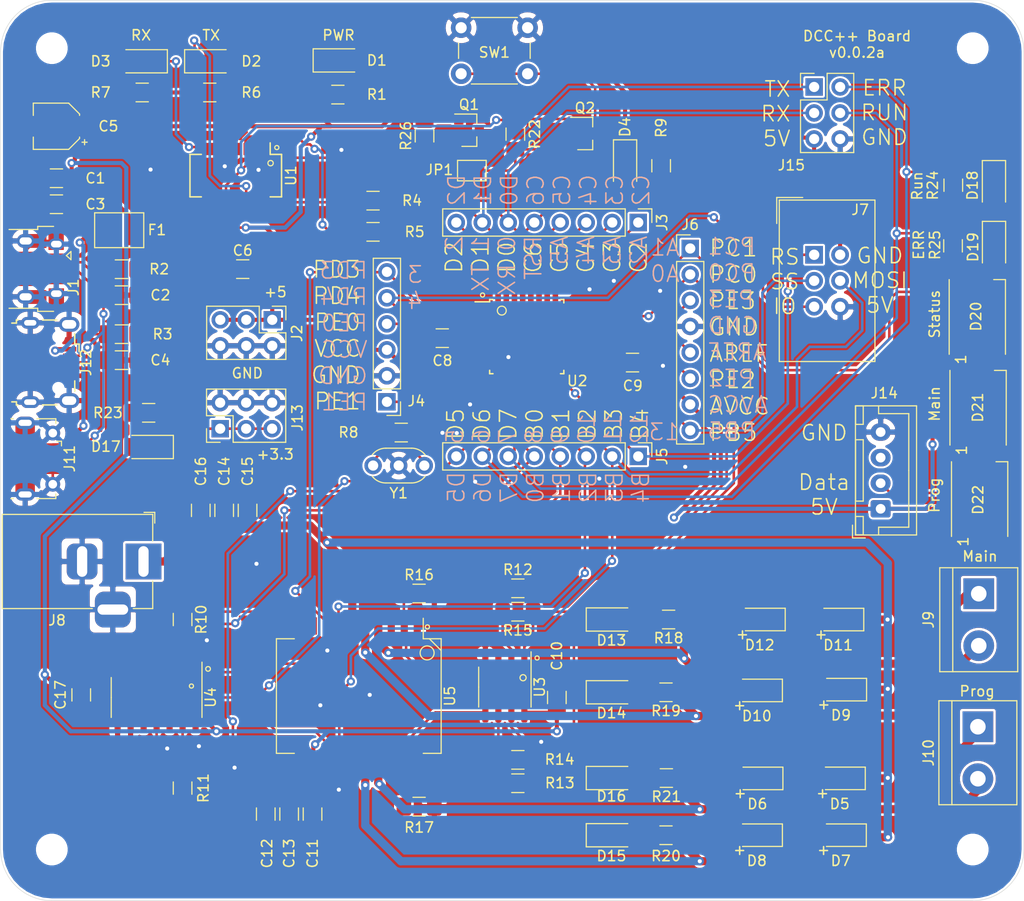
<source format=kicad_pcb>
(kicad_pcb (version 20171130) (host pcbnew 5.1.6-c6e7f7d~86~ubuntu20.04.1)
  (title_block (title "Arduino DCC++") (date 2020-04-16) (rev v.0.0.2a) (company "Daniel Vilas"))
  (layers (0 F.Cu signal) (31 B.Cu signal) (34 B.Paste user hide) (35 F.Paste user) (36 B.SilkS user hide) (37 F.SilkS user) (38 B.Mask user hide) (39 F.Mask user) (44 Edge.Cuts user))
  (net 0 "")
  (net 1 +5V)
  (net 2 GND)
  (net 3 "/FTDI 231/D-")
  (net 4 "/FTDI 231/D+")
  (net 5 "Net-(D2-Pad2)")
  (net 6 "Net-(D2-Pad1)")
  (net 7 "Net-(D3-Pad2)")
  (net 8 "Net-(D3-Pad1)")
  (net 9 "Net-(F1-Pad2)")
  (net 10 "Net-(J1-Pad4)")
  (net 11 "Net-(R3-Pad1)")
  (net 12 "Net-(R5-Pad2)")
  (net 13 "/Motor Shield/VMot")
  (net 14 "/Motor Shield/MainK")
  (net 15 "/Motor Shield/MainJ")
  (net 16 "/Motor Shield/ProgK")
  (net 17 "/Motor Shield/ProgJ")
  (net 18 "Net-(D13-Pad2)")
  (net 19 "Net-(D14-Pad2)")
  (net 20 "Net-(D15-Pad2)")
  (net 21 "Net-(R13-Pad1)")
  (net 22 "/Motor Shield/snsA")
  (net 23 "/Motor Shield/snsB")
  (net 24 "/Motor Shield/dirB#")
  (net 25 "/Motor Shield/dirA#")
  (net 26 "Net-(D16-Pad2)")
  (net 27 /PC6)
  (net 28 "Net-(D1-Pad2)")
  (net 29 /PB3)
  (net 30 /PB5)
  (net 31 /PB4)
  (net 32 /PD5)
  (net 33 /PB2)
  (net 34 "Net-(R2-Pad1)")
  (net 35 "Net-(R4-Pad2)")
  (net 36 /PD0)
  (net 37 /PD1)
  (net 38 "Net-(R8-Pad2)")
  (net 39 "Net-(R8-Pad1)")
  (net 40 /PB1)
  (net 41 /PB0)
  (net 42 "Net-(R12-Pad1)")
  (net 43 /PC1)
  (net 44 /PC0)
  (net 45 "Net-(U1-Pad2)")
  (net 46 "Net-(U1-Pad5)")
  (net 47 "Net-(U1-Pad7)")
  (net 48 "Net-(U1-Pad8)")
  (net 49 "Net-(U1-Pad9)")
  (net 50 "Net-(U1-Pad18)")
  (net 51 "Net-(U1-Pad19)")
  (net 52 /PD2)
  (net 53 /PC5)
  (net 54 /PC4)
  (net 55 /PC3)
  (net 56 /PC2)
  (net 57 /PE3)
  (net 58 /ARef)
  (net 59 /PE2)
  (net 60 /PD7)
  (net 61 /PD6)
  (net 62 /PE1)
  (net 63 /PE0)
  (net 64 /PD4)
  (net 65 /PD3)
  (net 66 "Net-(U4-Pad10)")
  (net 67 "Net-(U4-Pad4)")
  (net 68 "Net-(U5-Pad18)")
  (net 69 "Net-(U5-Pad3)")
  (net 70 +3V3)
  (net 71 "/FTDI 231/DTR")
  (net 72 "Net-(JP1-Pad2)")
  (net 73 "Net-(J11-Pad4)")
  (net 74 "Net-(J12-Pad4)")
  (net 75 "Net-(D17-Pad2)")
  (net 76 "Net-(D18-Pad2)")
  (net 77 "Net-(D19-Pad2)")
  (net 78 "Net-(D20-Pad2)")
  (net 79 "Net-(D21-Pad2)")
  (net 80 "Net-(D22-Pad2)")
  (net 81 "Net-(J14-Pad3)")
  (net 82 "Net-(Q1-Pad1)")
  (module Jumper:SolderJumper-2_P1.3mm_Open_TrianglePad1.0x1.5mm (layer F.Cu) (at 96.05 78.65)
    (fp_text reference JP1 (at -3.175 -0.075) (layer F.SilkS))
    (fp_text value Jumper_NO_Small)
    (pad 1 smd custom (at -0.725 0) (size 0.3 0.3) (layers F.Cu F.Mask) (net 71 "/FTDI 231/DTR") (options (clearance outline) (anchor rect)) (primitives (gr_poly (pts (xy -0.5 -0.75) (xy 0.5 -0.75) (xy 1 0) (xy 0.5 0.75) (xy -0.5 0.75)) (width 0))))
    (pad 2 smd custom (at 0.725 0) (size 0.3 0.3) (layers F.Cu F.Mask) (net 72 "Net-(JP1-Pad2)") (options (clearance outline) (anchor rect)) (primitives (gr_poly (pts (xy -0.65 -0.75) (xy 0.5 -0.75) (xy 0.5 0.75) (xy -0.65 0.75) (xy -0.15 0)) (width 0))))
  )
  (module Resistor_SMD:R_1206_3216Metric_Pad1.42x1.75mm_HandSolder (layer F.Cu) (at 91.425 75.25 90)
    (fp_text reference R26 (at 0 -1.82 90) (layer F.SilkS))
    (fp_text value 10K)
    (pad 2 smd roundrect (at 1.4875 0 90) (size 1.425 1.75) (layers F.Cu F.Paste F.Mask) (roundrect_rratio 0.175439) (net 82 "Net-(Q1-Pad1)"))
    (pad 1 smd roundrect (at -1.4875 0 90) (size 1.425 1.75) (layers F.Cu F.Paste F.Mask) (roundrect_rratio 0.175439) (net 71 "/FTDI 231/DTR"))
  )
  (module Connector_PinHeader_2.54mm:PinHeader_2x03_P2.54mm_Vertical (layer F.Cu) (at 129.5 70.475)
    (fp_text reference J15 (at -2.225 7.65) (layer F.SilkS))
    (fp_text value Conn_02x03_Odd_Even)
    (pad 6 thru_hole oval (at 2.54 5.08) (size 1.7 1.7) (drill 1) (layers *.Cu *.Mask) (net 2 GND))
    (pad 5 thru_hole oval (at 0 5.08) (size 1.7 1.7) (drill 1) (layers *.Cu *.Mask) (net 1 +5V))
    (pad 4 thru_hole oval (at 2.54 2.54) (size 1.7 1.7) (drill 1) (layers *.Cu *.Mask) (net 60 /PD7))
    (pad 3 thru_hole oval (at 0 2.54) (size 1.7 1.7) (drill 1) (layers *.Cu *.Mask) (net 36 /PD0))
    (pad 2 thru_hole oval (at 2.54 0) (size 1.7 1.7) (drill 1) (layers *.Cu *.Mask) (net 61 /PD6))
    (pad 1 thru_hole rect (at 0 0) (size 1.7 1.7) (drill 1) (layers *.Cu *.Mask) (net 37 /PD1))
  )
  (module Connector_IDC:IDC-Header_2x03_P2.54mm_Vertical (layer F.Cu) (at 129.5 86.875)
    (fp_text reference J7 (at 4.5 -4.4) (layer F.SilkS))
    (fp_text value ICSP)
    (pad 6 thru_hole oval (at 2.54 5.08) (size 1.7272 1.7272) (drill 1.016) (layers *.Cu *.Mask) (net 2 GND))
    (pad 5 thru_hole oval (at 0 5.08) (size 1.7272 1.7272) (drill 1.016) (layers *.Cu *.Mask) (net 27 /PC6))
    (pad 4 thru_hole oval (at 2.54 2.54) (size 1.7272 1.7272) (drill 1.016) (layers *.Cu *.Mask) (net 29 /PB3))
    (pad 3 thru_hole oval (at 0 2.54) (size 1.7272 1.7272) (drill 1.016) (layers *.Cu *.Mask) (net 30 /PB5))
    (pad 2 thru_hole oval (at 2.54 0) (size 1.7272 1.7272) (drill 1.016) (layers *.Cu *.Mask) (net 1 +5V))
    (pad 1 thru_hole rect (at 0 0) (size 1.7272 1.7272) (drill 1.016) (layers *.Cu *.Mask) (net 31 /PB4))
  )
  (module Resistor_SMD:R_1206_3216Metric_Pad1.42x1.75mm_HandSolder (layer F.Cu) (at 143.075 86 270)
    (fp_text reference R25 (at -0.075 1.765 90) (layer F.SilkS))
    (fp_text value 1K)
    (pad 2 smd roundrect (at 1.4875 0 270) (size 1.425 1.75) (layers F.Cu F.Paste F.Mask) (roundrect_rratio 0.175439) (net 77 "Net-(D19-Pad2)"))
    (pad 1 smd roundrect (at -1.4875 0 270) (size 1.425 1.75) (layers F.Cu F.Paste F.Mask) (roundrect_rratio 0.175439) (net 60 /PD7))
  )
  (module Resistor_SMD:R_1206_3216Metric_Pad1.42x1.75mm_HandSolder (layer F.Cu) (at 143.1 80.075 270)
    (fp_text reference R24 (at 0.02 2.01 90) (layer F.SilkS))
    (fp_text value 1K)
    (pad 2 smd roundrect (at 1.4875 0 270) (size 1.425 1.75) (layers F.Cu F.Paste F.Mask) (roundrect_rratio 0.175439) (net 76 "Net-(D18-Pad2)"))
    (pad 1 smd roundrect (at -1.4875 0 270) (size 1.425 1.75) (layers F.Cu F.Paste F.Mask) (roundrect_rratio 0.175439) (net 61 /PD6))
  )
  (module Connector_JST:JST_XH_B4B-XH-A_1x04_P2.50mm_Vertical (layer F.Cu) (at 136 111.7 90)
    (fp_text reference J14 (at 11.3 0.35 180) (layer F.SilkS))
    (fp_text value Conn_01x04)
    (pad 4 thru_hole oval (at 7.5 0 90) (size 1.7 1.95) (drill 0.95) (layers *.Cu *.Mask) (net 2 GND))
    (pad 3 thru_hole oval (at 5 0 90) (size 1.7 1.95) (drill 0.95) (layers *.Cu *.Mask) (net 81 "Net-(J14-Pad3)"))
    (pad 2 thru_hole oval (at 2.5 0 90) (size 1.7 1.95) (drill 0.95) (layers *.Cu *.Mask) (net 80 "Net-(D22-Pad2)"))
    (pad 1 thru_hole roundrect (at 0 0 90) (size 1.7 1.95) (drill 0.95) (layers *.Cu *.Mask) (roundrect_rratio 0.147059) (net 1 +5V))
  )
  (module LED_SMD:LED_WS2812B_PLCC4_5.0x5.0mm_P3.2mm (layer F.Cu) (at 145.675 110.75 90)
    (fp_text reference D22 (at -0.075 -0.15 90) (layer F.SilkS))
    (fp_text value WS2812B)
    (fp_text user 1 (at -4.15 -1.6 90) (layer F.SilkS))
    (pad 1 smd rect (at -2.45 -1.6 90) (size 1.5 1) (layers F.Cu F.Paste F.Mask) (net 1 +5V))
    (pad 2 smd rect (at -2.45 1.6 90) (size 1.5 1) (layers F.Cu F.Paste F.Mask) (net 80 "Net-(D22-Pad2)"))
    (pad 4 smd rect (at 2.45 -1.6 90) (size 1.5 1) (layers F.Cu F.Paste F.Mask) (net 79 "Net-(D21-Pad2)"))
    (pad 3 smd rect (at 2.45 1.6 90) (size 1.5 1) (layers F.Cu F.Paste F.Mask) (net 2 GND))
  )
  (module LED_SMD:LED_WS2812B_PLCC4_5.0x5.0mm_P3.2mm (layer F.Cu) (at 145.525 101.825 90)
    (fp_text reference D21 (at 0.025 -0.025 90) (layer F.SilkS))
    (fp_text value WS2812B)
    (fp_text user 1 (at -4.15 -1.6 90) (layer F.SilkS))
    (pad 1 smd rect (at -2.45 -1.6 90) (size 1.5 1) (layers F.Cu F.Paste F.Mask) (net 1 +5V))
    (pad 2 smd rect (at -2.45 1.6 90) (size 1.5 1) (layers F.Cu F.Paste F.Mask) (net 79 "Net-(D21-Pad2)"))
    (pad 4 smd rect (at 2.45 -1.6 90) (size 1.5 1) (layers F.Cu F.Paste F.Mask) (net 78 "Net-(D20-Pad2)"))
    (pad 3 smd rect (at 2.45 1.6 90) (size 1.5 1) (layers F.Cu F.Paste F.Mask) (net 2 GND))
  )
  (module LED_SMD:LED_WS2812B_PLCC4_5.0x5.0mm_P3.2mm (layer F.Cu) (at 145.45 92.95 90)
    (fp_text reference D20 (at 0.05 -0.125 90) (layer F.SilkS))
    (fp_text value WS2812B)
    (fp_text user 1 (at -4.15 -1.6 90) (layer F.SilkS))
    (pad 1 smd rect (at -2.45 -1.6 90) (size 1.5 1) (layers F.Cu F.Paste F.Mask) (net 1 +5V))
    (pad 2 smd rect (at -2.45 1.6 90) (size 1.5 1) (layers F.Cu F.Paste F.Mask) (net 78 "Net-(D20-Pad2)"))
    (pad 4 smd rect (at 2.45 -1.6 90) (size 1.5 1) (layers F.Cu F.Paste F.Mask) (net 64 /PD4))
    (pad 3 smd rect (at 2.45 1.6 90) (size 1.5 1) (layers F.Cu F.Paste F.Mask) (net 2 GND))
  )
  (module LED_SMD:LED_1206_3216Metric_Pad1.42x1.75mm_HandSolder (layer F.Cu) (at 147.08 86.07 270)
    (fp_text reference D19 (at 0.055 2.055 90) (layer F.SilkS))
    (fp_text value LED_RED)
    (pad 2 smd roundrect (at 1.4875 0 270) (size 1.425 1.75) (layers F.Cu F.Paste F.Mask) (roundrect_rratio 0.175439) (net 77 "Net-(D19-Pad2)"))
    (pad 1 smd roundrect (at -1.4875 0 270) (size 1.425 1.75) (layers F.Cu F.Paste F.Mask) (roundrect_rratio 0.175439) (net 2 GND))
  )
  (module LED_SMD:LED_1206_3216Metric_Pad1.42x1.75mm_HandSolder (layer F.Cu) (at 147.075 80.125 270)
    (fp_text reference D18 (at -0.025 2.1 90) (layer F.SilkS))
    (fp_text value LED_GREEN)
    (pad 2 smd roundrect (at 1.4875 0 270) (size 1.425 1.75) (layers F.Cu F.Paste F.Mask) (roundrect_rratio 0.175439) (net 76 "Net-(D18-Pad2)"))
    (pad 1 smd roundrect (at -1.4875 0 270) (size 1.425 1.75) (layers F.Cu F.Paste F.Mask) (roundrect_rratio 0.175439) (net 2 GND))
  )
  (module Resistor_SMD:R_1206_3216Metric_Pad1.42x1.75mm_HandSolder (layer F.Cu) (at 64.465 102.32 180)
    (fp_text reference R23 (at 3.985 0) (layer F.SilkS))
    (fp_text value 1K)
    (pad 2 smd roundrect (at 1.4875 0 180) (size 1.425 1.75) (layers F.Cu F.Paste F.Mask) (roundrect_rratio 0.175439) (net 75 "Net-(D17-Pad2)"))
    (pad 1 smd roundrect (at -1.4875 0 180) (size 1.425 1.75) (layers F.Cu F.Paste F.Mask) (roundrect_rratio 0.175439) (net 70 +3V3))
  )
  (module LED_SMD:LED_1206_3216Metric_Pad1.42x1.75mm_HandSolder (layer F.Cu) (at 64.42 105.66 180)
    (fp_text reference D17 (at 4.14 0.04) (layer F.SilkS))
    (fp_text value LED_YELLOW)
    (pad 2 smd roundrect (at 1.4875 0 180) (size 1.425 1.75) (layers F.Cu F.Paste F.Mask) (roundrect_rratio 0.175439) (net 75 "Net-(D17-Pad2)"))
    (pad 1 smd roundrect (at -1.4875 0 180) (size 1.425 1.75) (layers F.Cu F.Paste F.Mask) (roundrect_rratio 0.175439) (net 2 GND))
  )
  (module Resistor_SMD:R_1206_3216Metric_Pad1.42x1.75mm_HandSolder (layer F.Cu) (at 82.955 71.22)
    (fp_text reference R1 (at 3.805 -0.01) (layer F.SilkS))
    (fp_text value 1K)
    (pad 2 smd roundrect (at 1.4875 0) (size 1.425 1.75) (layers F.Cu F.Paste F.Mask) (roundrect_rratio 0.175439) (net 28 "Net-(D1-Pad2)"))
    (pad 1 smd roundrect (at -1.4875 0) (size 1.425 1.75) (layers F.Cu F.Paste F.Mask) (roundrect_rratio 0.175439) (net 1 +5V))
  )
  (module Connector_PinHeader_2.54mm:PinHeader_2x03_P2.54mm_Vertical (layer F.Cu) (at 71.45 103.87 90)
    (fp_text reference J13 (at 1.06 7.55 90) (layer F.SilkS))
    (fp_text value Conn_02x03_Odd_Even)
    (pad 6 thru_hole oval (at 2.54 5.08 90) (size 1.7 1.7) (drill 1) (layers *.Cu *.Mask) (net 2 GND))
    (pad 5 thru_hole oval (at 0 5.08 90) (size 1.7 1.7) (drill 1) (layers *.Cu *.Mask) (net 70 +3V3))
    (pad 4 thru_hole oval (at 2.54 2.54 90) (size 1.7 1.7) (drill 1) (layers *.Cu *.Mask) (net 2 GND))
    (pad 3 thru_hole oval (at 0 2.54 90) (size 1.7 1.7) (drill 1) (layers *.Cu *.Mask) (net 70 +3V3))
    (pad 2 thru_hole oval (at 2.54 0 90) (size 1.7 1.7) (drill 1) (layers *.Cu *.Mask) (net 2 GND))
    (pad 1 thru_hole rect (at 0 0 90) (size 1.7 1.7) (drill 1) (layers *.Cu *.Mask) (net 70 +3V3))
  )
  (module LED_SMD:LED_1206_3216Metric_Pad1.42x1.75mm_HandSolder (layer F.Cu) (at 83 67.88)
    (fp_text reference D1 (at 3.76 0) (layer F.SilkS))
    (fp_text value LED_GREEN)
    (pad 2 smd roundrect (at 1.4875 0) (size 1.425 1.75) (layers F.Cu F.Paste F.Mask) (roundrect_rratio 0.175439) (net 28 "Net-(D1-Pad2)"))
    (pad 1 smd roundrect (at -1.4875 0) (size 1.425 1.75) (layers F.Cu F.Paste F.Mask) (roundrect_rratio 0.175439) (net 2 GND))
  )
  (module Connector_USB:USB_Micro-B_Wuerth_629105150521 (layer F.Cu) (at 54.84 97.4 270)
    (fp_text reference J12 (at 0 -3.5 90) (layer F.SilkS))
    (fp_text value USB_B_Micro)
    (pad "" np_thru_hole oval (at 2.5 -0.8 270) (size 0.8 0.8) (drill 0.8) (layers *.Cu *.Mask))
    (pad "" np_thru_hole oval (at -2.5 -0.8 270) (size 0.8 0.8) (drill 0.8) (layers *.Cu *.Mask))
    (pad 6 thru_hole oval (at 3.875 1.95 270) (size 1.15 1.8) (drill oval 0.55 1.2) (layers *.Cu *.Mask) (net 2 GND))
    (pad 6 thru_hole oval (at -3.875 1.95 270) (size 1.15 1.8) (drill oval 0.55 1.2) (layers *.Cu *.Mask) (net 2 GND))
    (pad 6 thru_hole oval (at 3.725 -1.85 270) (size 1.45 2) (drill oval 0.85 1.4) (layers *.Cu *.Mask) (net 2 GND))
    (pad 6 thru_hole oval (at -3.725 -1.85 270) (size 1.45 2) (drill oval 0.85 1.4) (layers *.Cu *.Mask) (net 2 GND))
    (pad 5 smd rect (at 1.3 -1.9 270) (size 0.45 1.3) (layers F.Cu F.Paste F.Mask) (net 2 GND))
    (pad 4 smd rect (at 0.65 -1.9 270) (size 0.45 1.3) (layers F.Cu F.Paste F.Mask) (net 74 "Net-(J12-Pad4)"))
    (pad 3 smd rect (at 0 -1.9 270) (size 0.45 1.3) (layers F.Cu F.Paste F.Mask) (net 4 "/FTDI 231/D+"))
    (pad 2 smd rect (at -0.65 -1.9 270) (size 0.45 1.3) (layers F.Cu F.Paste F.Mask) (net 3 "/FTDI 231/D-"))
    (pad 1 smd rect (at -1.3 -1.9 270) (size 0.45 1.3) (layers F.Cu F.Paste F.Mask) (net 9 "Net-(F1-Pad2)"))
  )
  (module Connector_USB:USB_Micro-B_Molex-105017-0001 (layer F.Cu) (at 53.63 106.8 270)
    (fp_text reference J11 (at 0 -3.1125 90) (layer F.SilkS))
    (fp_text value USB_B_Micro)
    (pad 6 smd rect (at -2.9 1.2375 270) (size 1.2 1.9) (layers F.Cu F.Mask) (net 2 GND))
    (pad 6 smd rect (at 2.9 1.2375 270) (size 1.2 1.9) (layers F.Cu F.Mask) (net 2 GND))
    (pad 6 thru_hole oval (at 3.5 1.2375 270) (size 1.2 1.9) (drill oval 0.6 1.3) (layers *.Cu *.Mask) (net 2 GND))
    (pad 6 thru_hole oval (at -3.5 1.2375 90) (size 1.2 1.9) (drill oval 0.6 1.3) (layers *.Cu *.Mask) (net 2 GND))
    (pad 6 smd rect (at -1 1.2375 270) (size 1.5 1.9) (layers F.Cu F.Paste F.Mask) (net 2 GND))
    (pad 6 thru_hole circle (at 2.5 -1.4625 270) (size 1.45 1.45) (drill 0.85) (layers *.Cu *.Mask) (net 2 GND))
    (pad 3 smd rect (at 0 -1.4625 270) (size 0.4 1.35) (layers F.Cu F.Paste F.Mask) (net 4 "/FTDI 231/D+"))
    (pad 4 smd rect (at 0.65 -1.4625 270) (size 0.4 1.35) (layers F.Cu F.Paste F.Mask) (net 73 "Net-(J11-Pad4)"))
    (pad 5 smd rect (at 1.3 -1.4625 270) (size 0.4 1.35) (layers F.Cu F.Paste F.Mask) (net 2 GND))
    (pad 1 smd rect (at -1.3 -1.4625 270) (size 0.4 1.35) (layers F.Cu F.Paste F.Mask) (net 9 "Net-(F1-Pad2)"))
    (pad 2 smd rect (at -0.65 -1.4625 270) (size 0.4 1.35) (layers F.Cu F.Paste F.Mask) (net 3 "/FTDI 231/D-"))
    (pad 6 thru_hole circle (at -2.5 -1.4625 270) (size 1.45 1.45) (drill 0.85) (layers *.Cu *.Mask) (net 2 GND))
    (pad 6 smd rect (at 1 1.2375 270) (size 1.5 1.9) (layers F.Cu F.Paste F.Mask) (net 2 GND))
  )
  (module ArduinoDCC++:D_Sub_SMA (layer F.Cu) (at 132 138.046 180)
    (fp_text reference D5 (at 0 -2.5) (layer F.SilkS))
    (fp_text value ss14)
    (fp_text user + (at 1.6764 -1.4224) (layer F.SilkS))
    (pad 2 smd rect (at 1.55 0 180) (size 1.2 1.4) (layers F.Cu F.Paste F.Mask) (net 16 "/Motor Shield/ProgK"))
    (pad 1 smd rect (at -1.55 0 180) (size 1.2 1.4) (layers F.Cu F.Paste F.Mask) (net 13 "/Motor Shield/VMot"))
  )
  (module ArduinoDCC++:D_Sub_SMA (layer F.Cu) (at 124.175 122.52 180)
    (fp_text reference D12 (at 0 -2.5) (layer F.SilkS))
    (fp_text value ss14)
    (fp_text user + (at 1.6764 -1.4224) (layer F.SilkS))
    (pad 2 smd rect (at 1.55 0 180) (size 1.2 1.4) (layers F.Cu F.Paste F.Mask) (net 2 GND))
    (pad 1 smd rect (at -1.55 0 180) (size 1.2 1.4) (layers F.Cu F.Paste F.Mask) (net 15 "/Motor Shield/MainJ"))
  )
  (module ArduinoDCC++:D_Sub_SMA (layer F.Cu) (at 131.85 122.525 180)
    (fp_text reference D11 (at 0 -2.5) (layer F.SilkS))
    (fp_text value ss14)
    (fp_text user + (at 1.6764 -1.4224) (layer F.SilkS))
    (pad 2 smd rect (at 1.55 0 180) (size 1.2 1.4) (layers F.Cu F.Paste F.Mask) (net 15 "/Motor Shield/MainJ"))
    (pad 1 smd rect (at -1.55 0 180) (size 1.2 1.4) (layers F.Cu F.Paste F.Mask) (net 13 "/Motor Shield/VMot"))
  )
  (module ArduinoDCC++:D_Sub_SMA (layer F.Cu) (at 123.9 129.45 180)
    (fp_text reference D10 (at 0 -2.5) (layer F.SilkS))
    (fp_text value ss14)
    (fp_text user + (at 1.6764 -1.4224) (layer F.SilkS))
    (pad 2 smd rect (at 1.55 0 180) (size 1.2 1.4) (layers F.Cu F.Paste F.Mask) (net 2 GND))
    (pad 1 smd rect (at -1.55 0 180) (size 1.2 1.4) (layers F.Cu F.Paste F.Mask) (net 14 "/Motor Shield/MainK"))
  )
  (module ArduinoDCC++:D_Sub_SMA (layer F.Cu) (at 132.125 129.375 180)
    (fp_text reference D9 (at 0 -2.5) (layer F.SilkS))
    (fp_text value ss14)
    (fp_text user + (at 1.6764 -1.4224) (layer F.SilkS))
    (pad 2 smd rect (at 1.55 0 180) (size 1.2 1.4) (layers F.Cu F.Paste F.Mask) (net 14 "/Motor Shield/MainK"))
    (pad 1 smd rect (at -1.55 0 180) (size 1.2 1.4) (layers F.Cu F.Paste F.Mask) (net 13 "/Motor Shield/VMot"))
  )
  (module ArduinoDCC++:D_Sub_SMA (layer F.Cu) (at 123.9 143.6 180)
    (fp_text reference D8 (at 0 -2.5) (layer F.SilkS))
    (fp_text value ss14)
    (fp_text user + (at 1.6764 -1.4224) (layer F.SilkS))
    (pad 2 smd rect (at 1.55 0 180) (size 1.2 1.4) (layers F.Cu F.Paste F.Mask) (net 2 GND))
    (pad 1 smd rect (at -1.55 0 180) (size 1.2 1.4) (layers F.Cu F.Paste F.Mask) (net 17 "/Motor Shield/ProgJ"))
  )
  (module ArduinoDCC++:D_Sub_SMA (layer F.Cu) (at 132.1 143.6 180)
    (fp_text reference D7 (at 0 -2.5) (layer F.SilkS))
    (fp_text value ss14)
    (fp_text user + (at 1.6764 -1.4224) (layer F.SilkS))
    (pad 2 smd rect (at 1.55 0 180) (size 1.2 1.4) (layers F.Cu F.Paste F.Mask) (net 17 "/Motor Shield/ProgJ"))
    (pad 1 smd rect (at -1.55 0 180) (size 1.2 1.4) (layers F.Cu F.Paste F.Mask) (net 13 "/Motor Shield/VMot"))
  )
  (module ArduinoDCC++:D_Sub_SMA (layer F.Cu) (at 123.95 138.05 180)
    (fp_text reference D6 (at 0 -2.5) (layer F.SilkS))
    (fp_text value ss14)
    (fp_text user + (at 1.6764 -1.4224) (layer F.SilkS))
    (pad 2 smd rect (at 1.55 0 180) (size 1.2 1.4) (layers F.Cu F.Paste F.Mask) (net 2 GND))
    (pad 1 smd rect (at -1.55 0 180) (size 1.2 1.4) (layers F.Cu F.Paste F.Mask) (net 16 "/Motor Shield/ProgK"))
  )
  (module Resistor_SMD:R_1206_3216Metric_Pad1.42x1.75mm_HandSolder (layer F.Cu) (at 100.3 75.0875 90)
    (fp_text reference R22 (at 0 1.9 90) (layer F.SilkS))
    (fp_text value 10K)
    (pad 2 smd roundrect (at 1.4875 0 90) (size 1.425 1.75) (layers F.Cu F.Paste F.Mask) (roundrect_rratio 0.175439) (net 70 +3V3))
    (pad 1 smd roundrect (at -1.4875 0 90) (size 1.425 1.75) (layers F.Cu F.Paste F.Mask) (roundrect_rratio 0.175439) (net 72 "Net-(JP1-Pad2)"))
  )
  (module Package_TO_SOT_SMD:SOT-23 (layer F.Cu) (at 107.1 75.025)
    (fp_text reference Q2 (at 0 -2.5) (layer F.SilkS))
    (fp_text value 2N7002)
    (pad 3 smd rect (at 1 0) (size 0.9 0.8) (layers F.Cu F.Paste F.Mask) (net 27 /PC6))
    (pad 2 smd rect (at -1 0.95) (size 0.9 0.8) (layers F.Cu F.Paste F.Mask) (net 72 "Net-(JP1-Pad2)"))
    (pad 1 smd rect (at -1 -0.95) (size 0.9 0.8) (layers F.Cu F.Paste F.Mask) (net 70 +3V3))
  )
  (module Package_TO_SOT_SMD:SOT-23 (layer F.Cu) (at 95.775 74.7)
    (fp_text reference Q1 (at 0 -2.5) (layer F.SilkS))
    (fp_text value BC849)
    (pad 3 smd rect (at 1 0) (size 0.9 0.8) (layers F.Cu F.Paste F.Mask) (net 72 "Net-(JP1-Pad2)"))
    (pad 2 smd rect (at -1 0.95) (size 0.9 0.8) (layers F.Cu F.Paste F.Mask) (net 2 GND))
    (pad 1 smd rect (at -1 -0.95) (size 0.9 0.8) (layers F.Cu F.Paste F.Mask) (net 82 "Net-(Q1-Pad1)"))
  )
  (module Resistor_SMD:R_1206_3216Metric_Pad1.42x1.75mm_HandSolder (layer F.Cu) (at 86.392 84.633 180)
    (fp_text reference R5 (at -4.064 0) (layer F.SilkS))
    (fp_text value 1K)
    (pad 2 smd roundrect (at 1.4875 0 180) (size 1.425 1.75) (layers F.Cu F.Paste F.Mask) (roundrect_rratio 0.175439) (net 12 "Net-(R5-Pad2)"))
    (pad 1 smd roundrect (at -1.4875 0 180) (size 1.425 1.75) (layers F.Cu F.Paste F.Mask) (roundrect_rratio 0.175439) (net 37 /PD1))
  )
  (module Connector_PinHeader_2.54mm:PinHeader_1x08_P2.54mm_Vertical (layer F.Cu) (at 117.39 86.26)
    (fp_text reference J6 (at 0 -2.33) (layer F.SilkS))
    (fp_text value Conn_01x08)
    (pad 8 thru_hole oval (at 0 17.78) (size 1.7 1.7) (drill 1) (layers *.Cu *.Mask) (net 30 /PB5))
    (pad 7 thru_hole oval (at 0 15.24) (size 1.7 1.7) (drill 1) (layers *.Cu *.Mask) (net 1 +5V))
    (pad 6 thru_hole oval (at 0 12.7) (size 1.7 1.7) (drill 1) (layers *.Cu *.Mask) (net 59 /PE2))
    (pad 5 thru_hole oval (at 0 10.16) (size 1.7 1.7) (drill 1) (layers *.Cu *.Mask) (net 58 /ARef))
    (pad 4 thru_hole oval (at 0 7.62) (size 1.7 1.7) (drill 1) (layers *.Cu *.Mask) (net 2 GND))
    (pad 3 thru_hole oval (at 0 5.08) (size 1.7 1.7) (drill 1) (layers *.Cu *.Mask) (net 57 /PE3))
    (pad 2 thru_hole oval (at 0 2.54) (size 1.7 1.7) (drill 1) (layers *.Cu *.Mask) (net 44 /PC0))
    (pad 1 thru_hole rect (at 0 0) (size 1.7 1.7) (drill 1) (layers *.Cu *.Mask) (net 43 /PC1))
  )
  (module Connector_PinHeader_2.54mm:PinHeader_1x08_P2.54mm_Vertical (layer F.Cu) (at 112.31 106.58 270)
    (fp_text reference J5 (at 0 -2.33 90) (layer F.SilkS))
    (fp_text value Conn_01x08)
    (pad 8 thru_hole oval (at 0 17.78 270) (size 1.7 1.7) (drill 1) (layers *.Cu *.Mask) (net 32 /PD5))
    (pad 7 thru_hole oval (at 0 15.24 270) (size 1.7 1.7) (drill 1) (layers *.Cu *.Mask) (net 61 /PD6))
    (pad 6 thru_hole oval (at 0 12.7 270) (size 1.7 1.7) (drill 1) (layers *.Cu *.Mask) (net 60 /PD7))
    (pad 5 thru_hole oval (at 0 10.16 270) (size 1.7 1.7) (drill 1) (layers *.Cu *.Mask) (net 41 /PB0))
    (pad 4 thru_hole oval (at 0 7.62 270) (size 1.7 1.7) (drill 1) (layers *.Cu *.Mask) (net 40 /PB1))
    (pad 3 thru_hole oval (at 0 5.08 270) (size 1.7 1.7) (drill 1) (layers *.Cu *.Mask) (net 33 /PB2))
    (pad 2 thru_hole oval (at 0 2.54 270) (size 1.7 1.7) (drill 1) (layers *.Cu *.Mask) (net 29 /PB3))
    (pad 1 thru_hole rect (at 0 0 270) (size 1.7 1.7) (drill 1) (layers *.Cu *.Mask) (net 31 /PB4))
  )
  (module Connector_PinHeader_2.54mm:PinHeader_1x06_P2.54mm_Vertical (layer F.Cu) (at 87.7482 101.246 180)
    (fp_text reference J4 (at -2.8768 0.071) (layer F.SilkS))
    (fp_text value Conn_01x06)
    (pad 6 thru_hole oval (at 0 12.7 180) (size 1.7 1.7) (drill 1) (layers *.Cu *.Mask) (net 65 /PD3))
    (pad 5 thru_hole oval (at 0 10.16 180) (size 1.7 1.7) (drill 1) (layers *.Cu *.Mask) (net 64 /PD4))
    (pad 4 thru_hole oval (at 0 7.62 180) (size 1.7 1.7) (drill 1) (layers *.Cu *.Mask) (net 63 /PE0))
    (pad 3 thru_hole oval (at 0 5.08 180) (size 1.7 1.7) (drill 1) (layers *.Cu *.Mask) (net 1 +5V))
    (pad 2 thru_hole oval (at 0 2.54 180) (size 1.7 1.7) (drill 1) (layers *.Cu *.Mask) (net 2 GND))
    (pad 1 thru_hole rect (at 0 0 180) (size 1.7 1.7) (drill 1) (layers *.Cu *.Mask) (net 62 /PE1))
  )
  (module Connector_PinHeader_2.54mm:PinHeader_1x08_P2.54mm_Vertical (layer F.Cu) (at 112.31 83.72 270)
    (fp_text reference J3 (at 0 -2.33 90) (layer F.SilkS))
    (fp_text value Conn_01x08)
    (pad 8 thru_hole oval (at 0 17.78 270) (size 1.7 1.7) (drill 1) (layers *.Cu *.Mask) (net 52 /PD2))
    (pad 7 thru_hole oval (at 0 15.24 270) (size 1.7 1.7) (drill 1) (layers *.Cu *.Mask) (net 37 /PD1))
    (pad 6 thru_hole oval (at 0 12.7 270) (size 1.7 1.7) (drill 1) (layers *.Cu *.Mask) (net 36 /PD0))
    (pad 5 thru_hole oval (at 0 10.16 270) (size 1.7 1.7) (drill 1) (layers *.Cu *.Mask) (net 27 /PC6))
    (pad 4 thru_hole oval (at 0 7.62 270) (size 1.7 1.7) (drill 1) (layers *.Cu *.Mask) (net 53 /PC5))
    (pad 3 thru_hole oval (at 0 5.08 270) (size 1.7 1.7) (drill 1) (layers *.Cu *.Mask) (net 54 /PC4))
    (pad 2 thru_hole oval (at 0 2.54 270) (size 1.7 1.7) (drill 1) (layers *.Cu *.Mask) (net 55 /PC3))
    (pad 1 thru_hole rect (at 0 0 270) (size 1.7 1.7) (drill 1) (layers *.Cu *.Mask) (net 56 /PC2))
  )
  (module ArduinoDCC++:SOIC-8_3.9x4.9mm_P1.27mm (layer F.Cu) (at 99.276 129.124 270)
    (fp_text reference U3 (at 0 -3.4 90) (layer F.SilkS))
    (fp_text value LMV358)
    (pad 8 smd roundrect (at 2.475 -1.905 270) (size 1.95 0.6) (layers F.Cu F.Paste F.Mask) (net 1 +5V))
    (pad 7 smd roundrect (at 2.475 -0.635 270) (size 1.95 0.6) (layers F.Cu F.Paste F.Mask) (net 43 /PC1))
    (pad 6 smd roundrect (at 2.475 0.635 270) (size 1.95 0.6) (layers F.Cu F.Paste F.Mask) (net 21 "Net-(R13-Pad1)"))
    (pad 5 smd roundrect (at 2.475 1.905 270) (size 1.95 0.6) (layers F.Cu F.Paste F.Mask) (net 23 "/Motor Shield/snsB"))
    (pad 4 smd roundrect (at -2.475 1.905 270) (size 1.95 0.6) (layers F.Cu F.Paste F.Mask) (net 2 GND))
    (pad 3 smd roundrect (at -2.475 0.635 270) (size 1.95 0.6) (layers F.Cu F.Paste F.Mask) (net 22 "/Motor Shield/snsA"))
    (pad 2 smd roundrect (at -2.475 -0.635 270) (size 1.95 0.6) (layers F.Cu F.Paste F.Mask) (net 42 "Net-(R12-Pad1)"))
    (pad 1 smd roundrect (at -2.475 -1.905 270) (size 1.95 0.6) (layers F.Cu F.Paste F.Mask) (net 44 /PC0))
  )
  (module ArduinoDCC++:SOIC-14_3.9x8.7mm_P1.27mm (layer F.Cu) (at 65.24 130.14 270)
    (fp_text reference U4 (at 0 -5.28 90) (layer F.SilkS))
    (fp_text value 4077)
    (pad 14 smd roundrect (at 2.475 -3.81 270) (size 1.95 0.6) (layers F.Cu F.Paste F.Mask) (net 1 +5V))
    (pad 13 smd roundrect (at 2.475 -2.54 270) (size 1.95 0.6) (layers F.Cu F.Paste F.Mask) (net 41 /PB0))
    (pad 12 smd roundrect (at 2.475 -1.27 270) (size 1.95 0.6) (layers F.Cu F.Paste F.Mask) (net 32 /PD5))
    (pad 11 smd roundrect (at 2.475 0 270) (size 1.95 0.6) (layers F.Cu F.Paste F.Mask) (net 24 "/Motor Shield/dirB#"))
    (pad 10 smd roundrect (at 2.475 1.27 270) (size 1.95 0.6) (layers F.Cu F.Paste F.Mask) (net 66 "Net-(U4-Pad10)"))
    (pad 9 smd roundrect (at 2.475 2.54 270) (size 1.95 0.6) (layers F.Cu F.Paste F.Mask) (net 2 GND))
    (pad 8 smd roundrect (at 2.475 3.81 270) (size 1.95 0.6) (layers F.Cu F.Paste F.Mask) (net 2 GND))
    (pad 7 smd roundrect (at -2.475 3.81 270) (size 1.95 0.6) (layers F.Cu F.Paste F.Mask) (net 2 GND))
    (pad 6 smd roundrect (at -2.475 2.54 270) (size 1.95 0.6) (layers F.Cu F.Paste F.Mask) (net 1 +5V))
    (pad 5 smd roundrect (at -2.475 1.27 270) (size 1.95 0.6) (layers F.Cu F.Paste F.Mask) (net 1 +5V))
    (pad 4 smd roundrect (at -2.475 0 270) (size 1.95 0.6) (layers F.Cu F.Paste F.Mask) (net 67 "Net-(U4-Pad4)"))
    (pad 3 smd roundrect (at -2.475 -1.27 270) (size 1.95 0.6) (layers F.Cu F.Paste F.Mask) (net 25 "/Motor Shield/dirA#"))
    (pad 2 smd roundrect (at -2.475 -2.54 270) (size 1.95 0.6) (layers F.Cu F.Paste F.Mask) (net 40 /PB1))
    (pad 1 smd roundrect (at -2.475 -3.81 270) (size 1.95 0.6) (layers F.Cu F.Paste F.Mask) (net 33 /PB2))
  )
  (module ArduinoDCC++:HSOP-20-1EP_11.0x15.9mm_P1.27mm_SlugUp (layer F.Cu) (at 85 130 270)
    (fp_text reference U5 (at 0 -8.9 90) (layer F.SilkS))
    (fp_text value L298P)
    (pad 20 smd rect (at 6.85 -5.715 270) (size 1.7 0.7) (layers F.Cu F.Paste F.Mask) (net 2 GND))
    (pad 19 smd rect (at 6.85 -4.445 270) (size 1.7 0.7) (layers F.Cu F.Paste F.Mask) (net 23 "/Motor Shield/snsB"))
    (pad 18 smd rect (at 6.85 -3.175 270) (size 1.7 0.7) (layers F.Cu F.Paste F.Mask) (net 68 "Net-(U5-Pad18)"))
    (pad 17 smd rect (at 6.85 -1.905 270) (size 1.7 0.7) (layers F.Cu F.Paste F.Mask) (net 16 "/Motor Shield/ProgK"))
    (pad 16 smd rect (at 6.85 -0.635 270) (size 1.7 0.7) (layers F.Cu F.Paste F.Mask) (net 17 "/Motor Shield/ProgJ"))
    (pad 15 smd rect (at 6.85 0.635 270) (size 1.7 0.7) (layers F.Cu F.Paste F.Mask) (net 24 "/Motor Shield/dirB#"))
    (pad 14 smd rect (at 6.85 1.905 270) (size 1.7 0.7) (layers F.Cu F.Paste F.Mask) (net 29 /PB3))
    (pad 13 smd rect (at 6.85 3.175 270) (size 1.7 0.7) (layers F.Cu F.Paste F.Mask) (net 32 /PD5))
    (pad 12 smd rect (at 6.85 4.445 270) (size 1.7 0.7) (layers F.Cu F.Paste F.Mask) (net 1 +5V))
    (pad 11 smd rect (at 6.85 5.715 270) (size 1.7 0.7) (layers F.Cu F.Paste F.Mask) (net 2 GND))
    (pad 10 smd rect (at -6.85 5.715 270) (size 1.7 0.7) (layers F.Cu F.Paste F.Mask) (net 2 GND))
    (pad 9 smd rect (at -6.85 4.445 270) (size 1.7 0.7) (layers F.Cu F.Paste F.Mask) (net 25 "/Motor Shield/dirA#"))
    (pad 8 smd rect (at -6.85 3.175 270) (size 1.7 0.7) (layers F.Cu F.Paste F.Mask) (net 65 /PD3))
    (pad 7 smd rect (at -6.85 1.905 270) (size 1.7 0.7) (layers F.Cu F.Paste F.Mask) (net 33 /PB2))
    (pad 6 smd rect (at -6.85 0.635 270) (size 1.7 0.7) (layers F.Cu F.Paste F.Mask) (net 13 "/Motor Shield/VMot"))
    (pad 5 smd rect (at -6.85 -0.635 270) (size 1.7 0.7) (layers F.Cu F.Paste F.Mask) (net 14 "/Motor Shield/MainK"))
    (pad 4 smd rect (at -6.85 -1.905 270) (size 1.7 0.7) (layers F.Cu F.Paste F.Mask) (net 15 "/Motor Shield/MainJ"))
    (pad 3 smd rect (at -6.85 -3.175 270) (size 1.7 0.7) (layers F.Cu F.Paste F.Mask) (net 69 "Net-(U5-Pad3)"))
    (pad 2 smd rect (at -6.85 -4.445 270) (size 1.7 0.7) (layers F.Cu F.Paste F.Mask) (net 22 "/Motor Shield/snsA"))
    (pad 1 smd rect (at -6.85 -5.715 270) (size 1.7 0.7) (layers F.Cu F.Paste F.Mask) (net 2 GND))
  )
  (module ArduinoDCC++:TQFP-32_7x7mm_P0.8mm (layer F.Cu) (at 101.4134 94.8706)
    (fp_text reference U2 (at 4.9366 4.3294) (layer F.SilkS))
    (fp_text value ATmega328PB-AU)
    (pad 32 smd rect (at -2.8 -4.25 90) (size 1.6 0.55) (layers F.Cu F.Paste F.Mask) (net 52 /PD2))
    (pad 31 smd rect (at -2 -4.25 90) (size 1.6 0.55) (layers F.Cu F.Paste F.Mask) (net 37 /PD1))
    (pad 30 smd rect (at -1.2 -4.25 90) (size 1.6 0.55) (layers F.Cu F.Paste F.Mask) (net 36 /PD0))
    (pad 29 smd rect (at -0.4 -4.25 90) (size 1.6 0.55) (layers F.Cu F.Paste F.Mask) (net 27 /PC6))
    (pad 28 smd rect (at 0.4 -4.25 90) (size 1.6 0.55) (layers F.Cu F.Paste F.Mask) (net 53 /PC5))
    (pad 27 smd rect (at 1.2 -4.25 90) (size 1.6 0.55) (layers F.Cu F.Paste F.Mask) (net 54 /PC4))
    (pad 26 smd rect (at 2 -4.25 90) (size 1.6 0.55) (layers F.Cu F.Paste F.Mask) (net 55 /PC3))
    (pad 25 smd rect (at 2.8 -4.25 90) (size 1.6 0.55) (layers F.Cu F.Paste F.Mask) (net 56 /PC2))
    (pad 24 smd rect (at 4.25 -2.8) (size 1.6 0.55) (layers F.Cu F.Paste F.Mask) (net 43 /PC1))
    (pad 23 smd rect (at 4.25 -2) (size 1.6 0.55) (layers F.Cu F.Paste F.Mask) (net 44 /PC0))
    (pad 22 smd rect (at 4.25 -1.2) (size 1.6 0.55) (layers F.Cu F.Paste F.Mask) (net 57 /PE3))
    (pad 21 smd rect (at 4.25 -0.4) (size 1.6 0.55) (layers F.Cu F.Paste F.Mask) (net 2 GND))
    (pad 20 smd rect (at 4.25 0.4) (size 1.6 0.55) (layers F.Cu F.Paste F.Mask) (net 58 /ARef))
    (pad 19 smd rect (at 4.25 1.2) (size 1.6 0.55) (layers F.Cu F.Paste F.Mask) (net 59 /PE2))
    (pad 18 smd rect (at 4.25 2) (size 1.6 0.55) (layers F.Cu F.Paste F.Mask) (net 1 +5V))
    (pad 17 smd rect (at 4.25 2.8) (size 1.6 0.55) (layers F.Cu F.Paste F.Mask) (net 30 /PB5))
    (pad 16 smd rect (at 2.8 4.25 90) (size 1.6 0.55) (layers F.Cu F.Paste F.Mask) (net 31 /PB4))
    (pad 15 smd rect (at 2 4.25 90) (size 1.6 0.55) (layers F.Cu F.Paste F.Mask) (net 29 /PB3))
    (pad 14 smd rect (at 1.2 4.25 90) (size 1.6 0.55) (layers F.Cu F.Paste F.Mask) (net 33 /PB2))
    (pad 13 smd rect (at 0.4 4.25 90) (size 1.6 0.55) (layers F.Cu F.Paste F.Mask) (net 40 /PB1))
    (pad 12 smd rect (at -0.4 4.25 90) (size 1.6 0.55) (layers F.Cu F.Paste F.Mask) (net 41 /PB0))
    (pad 11 smd rect (at -1.2 4.25 90) (size 1.6 0.55) (layers F.Cu F.Paste F.Mask) (net 60 /PD7))
    (pad 10 smd rect (at -2 4.25 90) (size 1.6 0.55) (layers F.Cu F.Paste F.Mask) (net 61 /PD6))
    (pad 9 smd rect (at -2.8 4.25 90) (size 1.6 0.55) (layers F.Cu F.Paste F.Mask) (net 32 /PD5))
    (pad 8 smd rect (at -4.25 2.8) (size 1.6 0.55) (layers F.Cu F.Paste F.Mask) (net 38 "Net-(R8-Pad2)"))
    (pad 7 smd rect (at -4.25 2) (size 1.6 0.55) (layers F.Cu F.Paste F.Mask) (net 39 "Net-(R8-Pad1)"))
    (pad 6 smd rect (at -4.25 1.2) (size 1.6 0.55) (layers F.Cu F.Paste F.Mask) (net 62 /PE1))
    (pad 5 smd rect (at -4.25 0.4) (size 1.6 0.55) (layers F.Cu F.Paste F.Mask) (net 2 GND))
    (pad 4 smd rect (at -4.25 -0.4) (size 1.6 0.55) (layers F.Cu F.Paste F.Mask) (net 1 +5V))
    (pad 3 smd rect (at -4.25 -1.2) (size 1.6 0.55) (layers F.Cu F.Paste F.Mask) (net 63 /PE0))
    (pad 2 smd rect (at -4.25 -2) (size 1.6 0.55) (layers F.Cu F.Paste F.Mask) (net 64 /PD4))
    (pad 1 smd rect (at -4.25 -2.8) (size 1.6 0.55) (layers F.Cu F.Paste F.Mask) (net 65 /PD3))
  )
  (module ArduinoDCC++:SSOP-20_3.9x8.7mm_P0.635mm (layer F.Cu) (at 72.976 79.14 270)
    (fp_text reference U1 (at 0 -5.4 270) (layer F.SilkS))
    (fp_text value FT231XS)
    (pad 1 smd rect (at -2.6 -2.8575 270) (size 1.2 0.4) (layers F.Cu F.Paste F.Mask) (net 71 "/FTDI 231/DTR"))
    (pad 2 smd rect (at -2.6 -2.2225 270) (size 1.2 0.4) (layers F.Cu F.Paste F.Mask) (net 45 "Net-(U1-Pad2)"))
    (pad 3 smd rect (at -2.6 -1.5875 270) (size 1.2 0.4) (layers F.Cu F.Paste F.Mask) (net 70 +3V3))
    (pad 4 smd rect (at -2.6 -0.9525 270) (size 1.2 0.4) (layers F.Cu F.Paste F.Mask) (net 12 "Net-(R5-Pad2)"))
    (pad 5 smd rect (at -2.6 -0.3175 270) (size 1.2 0.4) (layers F.Cu F.Paste F.Mask) (net 46 "Net-(U1-Pad5)"))
    (pad 6 smd rect (at -2.6 0.3175 270) (size 1.2 0.4) (layers F.Cu F.Paste F.Mask) (net 2 GND))
    (pad 7 smd rect (at -2.6 0.9525 270) (size 1.2 0.4) (layers F.Cu F.Paste F.Mask) (net 47 "Net-(U1-Pad7)"))
    (pad 8 smd rect (at -2.6 1.5875 270) (size 1.2 0.4) (layers F.Cu F.Paste F.Mask) (net 48 "Net-(U1-Pad8)"))
    (pad 9 smd rect (at -2.6 2.2225 270) (size 1.2 0.4) (layers F.Cu F.Paste F.Mask) (net 49 "Net-(U1-Pad9)"))
    (pad 10 smd rect (at -2.6 2.8575 270) (size 1.2 0.4) (layers F.Cu F.Paste F.Mask) (net 8 "Net-(D3-Pad1)"))
    (pad 11 smd rect (at 2.6 2.8575 270) (size 1.2 0.4) (layers F.Cu F.Paste F.Mask) (net 11 "Net-(R3-Pad1)"))
    (pad 12 smd rect (at 2.6 2.2225 270) (size 1.2 0.4) (layers F.Cu F.Paste F.Mask) (net 34 "Net-(R2-Pad1)"))
    (pad 13 smd rect (at 2.6 1.5875 270) (size 1.2 0.4) (layers F.Cu F.Paste F.Mask) (net 70 +3V3))
    (pad 14 smd rect (at 2.6 0.9525 270) (size 1.2 0.4) (layers F.Cu F.Paste F.Mask) (net 70 +3V3))
    (pad 15 smd rect (at 2.6 0.3175 270) (size 1.2 0.4) (layers F.Cu F.Paste F.Mask) (net 1 +5V))
    (pad 16 smd rect (at 2.6 -0.3175 270) (size 1.2 0.4) (layers F.Cu F.Paste F.Mask) (net 2 GND))
    (pad 17 smd rect (at 2.6 -0.9525 270) (size 1.2 0.4) (layers F.Cu F.Paste F.Mask) (net 6 "Net-(D2-Pad1)"))
    (pad 18 smd rect (at 2.6 -1.5875 270) (size 1.2 0.4) (layers F.Cu F.Paste F.Mask) (net 50 "Net-(U1-Pad18)"))
    (pad 19 smd rect (at 2.6 -2.2225 270) (size 1.2 0.4) (layers F.Cu F.Paste F.Mask) (net 51 "Net-(U1-Pad19)"))
    (pad 20 smd rect (at 2.6 -2.8575 270) (size 1.2 0.4) (layers F.Cu F.Paste F.Mask) (net 35 "Net-(R4-Pad2)"))
  )
  (module Crystal:Resonator_muRata_CSTLSxxxX-3Pin_W5.5mm_H3.0mm (layer F.Cu) (at 91.4 107.475 180)
    (fp_text reference Y1 (at 2.5 -2.7) (layer F.SilkS))
    (fp_text value CSTLS16M0X53-A0)
    (pad 3 thru_hole circle (at 5 0 180) (size 1.7 1.7) (drill 1) (layers *.Cu *.Mask) (net 39 "Net-(R8-Pad1)"))
    (pad 2 thru_hole circle (at 2.5 0 180) (size 1.7 1.7) (drill 1) (layers *.Cu *.Mask) (net 2 GND))
    (pad 1 thru_hole circle (at 0 0 180) (size 1.7 1.7) (drill 1) (layers *.Cu *.Mask) (net 38 "Net-(R8-Pad2)"))
  )
  (module Connector_PinHeader_2.54mm:PinHeader_2x03_P2.54mm_Vertical (layer F.Cu) (at 76.543 93.231 270)
    (fp_text reference J2 (at 1.319 -2.417 270) (layer F.SilkS))
    (fp_text value Conn_02x03_Odd_Even)
    (pad 6 thru_hole oval (at 2.54 5.08 270) (size 1.7 1.7) (drill 1) (layers *.Cu *.Mask) (net 2 GND))
    (pad 5 thru_hole oval (at 0 5.08 270) (size 1.7 1.7) (drill 1) (layers *.Cu *.Mask) (net 1 +5V))
    (pad 4 thru_hole oval (at 2.54 2.54 270) (size 1.7 1.7) (drill 1) (layers *.Cu *.Mask) (net 2 GND))
    (pad 3 thru_hole oval (at 0 2.54 270) (size 1.7 1.7) (drill 1) (layers *.Cu *.Mask) (net 1 +5V))
    (pad 2 thru_hole oval (at 2.54 0 270) (size 1.7 1.7) (drill 1) (layers *.Cu *.Mask) (net 2 GND))
    (pad 1 thru_hole rect (at 0 0 270) (size 1.7 1.7) (drill 1) (layers *.Cu *.Mask) (net 1 +5V))
  )
  (module MountingHole:MountingHole_2.7mm_M2.5 (layer F.Cu) (at 145 145)
    (fp_text reference H4 hide)
    (fp_text value MountingHole)
    (pad 1 np_thru_hole circle (at 0 0) (size 2.7 2.7) (drill 2.7) (layers *.Cu *.Mask))
  )
  (module MountingHole:MountingHole_2.7mm_M2.5 (layer F.Cu) (at 55 145)
    (fp_text reference H3 hide)
    (fp_text value MountingHole)
    (pad 1 np_thru_hole circle (at 0 0) (size 2.7 2.7) (drill 2.7) (layers *.Cu *.Mask))
  )
  (module MountingHole:MountingHole_2.7mm_M2.5 (layer F.Cu) (at 145 66.684)
    (fp_text reference H2 hide)
    (fp_text value MountingHole)
    (pad 1 np_thru_hole circle (at 0 0) (size 2.7 2.7) (drill 2.7) (layers *.Cu *.Mask))
  )
  (module MountingHole:MountingHole_2.7mm_M2.5 (layer F.Cu) (at 55 66.684)
    (fp_text reference H1 hide)
    (fp_text value MountingHole)
    (pad 1 np_thru_hole circle (at 0 0) (size 2.7 2.7) (drill 2.7) (layers *.Cu *.Mask))
  )
  (module ArduinoDCC++:MF-MSMF (layer F.Cu) (at 61.5825 84.474 180)
    (fp_text reference F1 (at -3.6925 0.024) (layer F.SilkS))
    (fp_text value MF-MSMF050-2)
    (pad 2 smd rect (at 1.34 0 180) (size 1.68 2.95) (layers F.Cu F.Paste F.Mask) (net 9 "Net-(F1-Pad2)"))
    (pad 1 smd rect (at -1.34 0 180) (size 1.68 2.95) (layers F.Cu F.Paste F.Mask) (net 1 +5V))
  )
  (module Resistor_SMD:R_1206_3216Metric_Pad1.42x1.75mm_HandSolder (layer F.Cu) (at 67.78 138.9935 90)
    (fp_text reference R11 (at 0 2.032 90) (layer F.SilkS))
    (fp_text value 10K)
    (pad 2 smd roundrect (at 1.4875 0 90) (size 1.425 1.75) (layers F.Cu F.Paste F.Mask) (roundrect_rratio 0.175439) (net 41 /PB0))
    (pad 1 smd roundrect (at -1.4875 0 90) (size 1.425 1.75) (layers F.Cu F.Paste F.Mask) (roundrect_rratio 0.175439) (net 2 GND))
  )
  (module Resistor_SMD:R_1206_3216Metric_Pad1.42x1.75mm_HandSolder (layer F.Cu) (at 67.78 122.52 270)
    (fp_text reference R10 (at 0 -1.82 90) (layer F.SilkS))
    (fp_text value 10K)
    (pad 2 smd roundrect (at 1.4875 0 270) (size 1.425 1.75) (layers F.Cu F.Paste F.Mask) (roundrect_rratio 0.175439) (net 40 /PB1))
    (pad 1 smd roundrect (at -1.4875 0 270) (size 1.425 1.75) (layers F.Cu F.Paste F.Mask) (roundrect_rratio 0.175439) (net 2 GND))
  )
  (module Capacitor_SMD:C_1206_3216Metric_Pad1.42x1.75mm_HandSolder (layer F.Cu) (at 57.874 129.886 270)
    (fp_text reference C17 (at 0 2.032 90) (layer F.SilkS))
    (fp_text value 100nF)
    (pad 2 smd roundrect (at 1.4875 0 270) (size 1.425 1.75) (layers F.Cu F.Paste F.Mask) (roundrect_rratio 0.175439) (net 2 GND))
    (pad 1 smd roundrect (at -1.4875 0 270) (size 1.425 1.75) (layers F.Cu F.Paste F.Mask) (roundrect_rratio 0.175439) (net 1 +5V))
  )
  (module Capacitor_SMD:C_1206_3216Metric_Pad1.42x1.75mm_HandSolder (layer F.Cu) (at 69.558 111.852 270)
    (fp_text reference C16 (at -3.81 0 90) (layer F.SilkS))
    (fp_text value "10uF 35V")
    (pad 2 smd roundrect (at 1.4875 0 270) (size 1.425 1.75) (layers F.Cu F.Paste F.Mask) (roundrect_rratio 0.175439) (net 13 "/Motor Shield/VMot"))
    (pad 1 smd roundrect (at -1.4875 0 270) (size 1.425 1.75) (layers F.Cu F.Paste F.Mask) (roundrect_rratio 0.175439) (net 2 GND))
  )
  (module Capacitor_SMD:C_1206_3216Metric_Pad1.42x1.75mm_HandSolder (layer F.Cu) (at 74.13 111.852 270)
    (fp_text reference C15 (at -3.81 0 90) (layer F.SilkS))
    (fp_text value "10uF 35V")
    (pad 2 smd roundrect (at 1.4875 0 270) (size 1.425 1.75) (layers F.Cu F.Paste F.Mask) (roundrect_rratio 0.175439) (net 13 "/Motor Shield/VMot"))
    (pad 1 smd roundrect (at -1.4875 0 270) (size 1.425 1.75) (layers F.Cu F.Paste F.Mask) (roundrect_rratio 0.175439) (net 2 GND))
  )
  (module Capacitor_SMD:C_1206_3216Metric_Pad1.42x1.75mm_HandSolder (layer F.Cu) (at 71.844 111.852 270)
    (fp_text reference C14 (at -3.81 0 90) (layer F.SilkS))
    (fp_text value "10uF 35V")
    (pad 2 smd roundrect (at 1.4875 0 270) (size 1.425 1.75) (layers F.Cu F.Paste F.Mask) (roundrect_rratio 0.175439) (net 13 "/Motor Shield/VMot"))
    (pad 1 smd roundrect (at -1.4875 0 270) (size 1.425 1.75) (layers F.Cu F.Paste F.Mask) (roundrect_rratio 0.175439) (net 2 GND))
  )
  (module Capacitor_SMD:C_1206_3216Metric_Pad1.42x1.75mm_HandSolder (layer F.Cu) (at 78.194 141.5335 90)
    (fp_text reference C13 (at -3.8465 0 90) (layer F.SilkS))
    (fp_text value 100nF)
    (pad 2 smd roundrect (at 1.4875 0 90) (size 1.425 1.75) (layers F.Cu F.Paste F.Mask) (roundrect_rratio 0.175439) (net 1 +5V))
    (pad 1 smd roundrect (at -1.4875 0 90) (size 1.425 1.75) (layers F.Cu F.Paste F.Mask) (roundrect_rratio 0.175439) (net 2 GND))
  )
  (module Capacitor_SMD:C_1206_3216Metric_Pad1.42x1.75mm_HandSolder (layer F.Cu) (at 75.908 141.5335 90)
    (fp_text reference C12 (at -3.8465 0.127 90) (layer F.SilkS))
    (fp_text value "10uF 35V")
    (pad 2 smd roundrect (at 1.4875 0 90) (size 1.425 1.75) (layers F.Cu F.Paste F.Mask) (roundrect_rratio 0.175439) (net 1 +5V))
    (pad 1 smd roundrect (at -1.4875 0 90) (size 1.425 1.75) (layers F.Cu F.Paste F.Mask) (roundrect_rratio 0.175439) (net 2 GND))
  )
  (module Capacitor_SMD:C_1206_3216Metric_Pad1.42x1.75mm_HandSolder (layer F.Cu) (at 80.48 141.5335 270)
    (fp_text reference C11 (at 3.8465 0 90) (layer F.SilkS))
    (fp_text value 100nF)
    (pad 2 smd roundrect (at 1.4875 0 270) (size 1.425 1.75) (layers F.Cu F.Paste F.Mask) (roundrect_rratio 0.175439) (net 2 GND))
    (pad 1 smd roundrect (at -1.4875 0 270) (size 1.425 1.75) (layers F.Cu F.Paste F.Mask) (roundrect_rratio 0.175439) (net 1 +5V))
  )
  (module Resistor_SMD:R_1206_3216Metric_Pad1.42x1.75mm_HandSolder (layer F.Cu) (at 90.894 140.808)
    (fp_text reference R17 (at 0 2.032) (layer F.SilkS))
    (fp_text value 0R15)
    (pad 2 smd roundrect (at 1.4875 0) (size 1.425 1.75) (layers F.Cu F.Paste F.Mask) (roundrect_rratio 0.175439) (net 2 GND))
    (pad 1 smd roundrect (at -1.4875 0) (size 1.425 1.75) (layers F.Cu F.Paste F.Mask) (roundrect_rratio 0.175439) (net 23 "/Motor Shield/snsB"))
  )
  (module Resistor_SMD:R_1206_3216Metric_Pad1.42x1.75mm_HandSolder (layer F.Cu) (at 90.894 119.98)
    (fp_text reference R16 (at 0 -1.82) (layer F.SilkS))
    (fp_text value 0R15)
    (pad 2 smd roundrect (at 1.4875 0) (size 1.425 1.75) (layers F.Cu F.Paste F.Mask) (roundrect_rratio 0.175439) (net 2 GND))
    (pad 1 smd roundrect (at -1.4875 0) (size 1.425 1.75) (layers F.Cu F.Paste F.Mask) (roundrect_rratio 0.175439) (net 22 "/Motor Shield/snsA"))
  )
  (module Resistor_SMD:R_1206_3216Metric_Pad1.42x1.75mm_HandSolder (layer F.Cu) (at 100.546 121.758 180)
    (fp_text reference R15 (at 0 -1.82) (layer F.SilkS))
    (fp_text value 10K)
    (pad 2 smd roundrect (at 1.4875 0 180) (size 1.425 1.75) (layers F.Cu F.Paste F.Mask) (roundrect_rratio 0.175439) (net 42 "Net-(R12-Pad1)"))
    (pad 1 smd roundrect (at -1.4875 0 180) (size 1.425 1.75) (layers F.Cu F.Paste F.Mask) (roundrect_rratio 0.175439) (net 44 /PC0))
  )
  (module Resistor_SMD:R_1206_3216Metric_Pad1.42x1.75mm_HandSolder (layer F.Cu) (at 100.546 136.236 180)
    (fp_text reference R14 (at -4.079 0.036) (layer F.SilkS))
    (fp_text value 10K)
    (pad 2 smd roundrect (at 1.4875 0 180) (size 1.425 1.75) (layers F.Cu F.Paste F.Mask) (roundrect_rratio 0.175439) (net 21 "Net-(R13-Pad1)"))
    (pad 1 smd roundrect (at -1.4875 0 180) (size 1.425 1.75) (layers F.Cu F.Paste F.Mask) (roundrect_rratio 0.175439) (net 43 /PC1))
  )
  (module Resistor_SMD:R_1206_3216Metric_Pad1.42x1.75mm_HandSolder (layer F.Cu) (at 100.546 138.522)
    (fp_text reference R13 (at 4.104 -0.022) (layer F.SilkS))
    (fp_text value 1K)
    (pad 2 smd roundrect (at 1.4875 0) (size 1.425 1.75) (layers F.Cu F.Paste F.Mask) (roundrect_rratio 0.175439) (net 2 GND))
    (pad 1 smd roundrect (at -1.4875 0) (size 1.425 1.75) (layers F.Cu F.Paste F.Mask) (roundrect_rratio 0.175439) (net 21 "Net-(R13-Pad1)"))
  )
  (module Resistor_SMD:R_1206_3216Metric_Pad1.42x1.75mm_HandSolder (layer F.Cu) (at 100.546 119.472)
    (fp_text reference R12 (at 0 -1.82) (layer F.SilkS))
    (fp_text value 1K)
    (pad 2 smd roundrect (at 1.4875 0) (size 1.425 1.75) (layers F.Cu F.Paste F.Mask) (roundrect_rratio 0.175439) (net 2 GND))
    (pad 1 smd roundrect (at -1.4875 0) (size 1.425 1.75) (layers F.Cu F.Paste F.Mask) (roundrect_rratio 0.175439) (net 42 "Net-(R12-Pad1)"))
  )
  (module Capacitor_SMD:C_1206_3216Metric_Pad1.42x1.75mm_HandSolder (layer F.Cu) (at 104.356 130.14 90)
    (fp_text reference C10 (at 4.064 0 90) (layer F.SilkS))
    (fp_text value 100nF)
    (pad 2 smd roundrect (at 1.4875 0 90) (size 1.425 1.75) (layers F.Cu F.Paste F.Mask) (roundrect_rratio 0.175439) (net 2 GND))
    (pad 1 smd roundrect (at -1.4875 0 90) (size 1.425 1.75) (layers F.Cu F.Paste F.Mask) (roundrect_rratio 0.175439) (net 1 +5V))
  )
  (module Resistor_SMD:R_1206_3216Metric_Pad1.42x1.75mm_HandSolder (layer F.Cu) (at 115.0605 138.014 180)
    (fp_text reference R21 (at 0 -1.82) (layer F.SilkS))
    (fp_text value 10K)
    (pad 2 smd roundrect (at 1.4875 0 180) (size 1.425 1.75) (layers F.Cu F.Paste F.Mask) (roundrect_rratio 0.175439) (net 26 "Net-(D16-Pad2)"))
    (pad 1 smd roundrect (at -1.4875 0 180) (size 1.425 1.75) (layers F.Cu F.Paste F.Mask) (roundrect_rratio 0.175439) (net 16 "/Motor Shield/ProgK"))
  )
  (module Resistor_SMD:R_1206_3216Metric_Pad1.42x1.75mm_HandSolder (layer F.Cu) (at 115.024 143.602 180)
    (fp_text reference R20 (at 0 -2.032) (layer F.SilkS))
    (fp_text value 10K)
    (pad 2 smd roundrect (at 1.4875 0 180) (size 1.425 1.75) (layers F.Cu F.Paste F.Mask) (roundrect_rratio 0.175439) (net 20 "Net-(D15-Pad2)"))
    (pad 1 smd roundrect (at -1.4875 0 180) (size 1.425 1.75) (layers F.Cu F.Paste F.Mask) (roundrect_rratio 0.175439) (net 17 "/Motor Shield/ProgJ"))
  )
  (module Resistor_SMD:R_1206_3216Metric_Pad1.42x1.75mm_HandSolder (layer F.Cu) (at 115.024 129.632 180)
    (fp_text reference R19 (at 0 -1.82) (layer F.SilkS))
    (fp_text value 10K)
    (pad 2 smd roundrect (at 1.4875 0 180) (size 1.425 1.75) (layers F.Cu F.Paste F.Mask) (roundrect_rratio 0.175439) (net 19 "Net-(D14-Pad2)"))
    (pad 1 smd roundrect (at -1.4875 0 180) (size 1.425 1.75) (layers F.Cu F.Paste F.Mask) (roundrect_rratio 0.175439) (net 14 "/Motor Shield/MainK"))
  )
  (module Resistor_SMD:R_1206_3216Metric_Pad1.42x1.75mm_HandSolder (layer F.Cu) (at 115.278 122.52 180)
    (fp_text reference R18 (at 0 -1.82) (layer F.SilkS))
    (fp_text value 10K)
    (pad 2 smd roundrect (at 1.4875 0 180) (size 1.425 1.75) (layers F.Cu F.Paste F.Mask) (roundrect_rratio 0.175439) (net 18 "Net-(D13-Pad2)"))
    (pad 1 smd roundrect (at -1.4875 0 180) (size 1.425 1.75) (layers F.Cu F.Paste F.Mask) (roundrect_rratio 0.175439) (net 15 "/Motor Shield/MainJ"))
  )
  (module LED_SMD:LED_1206_3216Metric_Pad1.42x1.75mm_HandSolder (layer F.Cu) (at 109.69 138.014)
    (fp_text reference D16 (at 0 1.778) (layer F.SilkS))
    (fp_text value LED_YELLOW)
    (pad 2 smd roundrect (at 1.4875 0) (size 1.425 1.75) (layers F.Cu F.Paste F.Mask) (roundrect_rratio 0.175439) (net 26 "Net-(D16-Pad2)"))
    (pad 1 smd roundrect (at -1.4875 0) (size 1.425 1.75) (layers F.Cu F.Paste F.Mask) (roundrect_rratio 0.175439) (net 2 GND))
  )
  (module LED_SMD:LED_1206_3216Metric_Pad1.42x1.75mm_HandSolder (layer F.Cu) (at 109.69 143.602)
    (fp_text reference D15 (at 0 2.032) (layer F.SilkS))
    (fp_text value LED_YELLOW)
    (pad 2 smd roundrect (at 1.4875 0) (size 1.425 1.75) (layers F.Cu F.Paste F.Mask) (roundrect_rratio 0.175439) (net 20 "Net-(D15-Pad2)"))
    (pad 1 smd roundrect (at -1.4875 0) (size 1.425 1.75) (layers F.Cu F.Paste F.Mask) (roundrect_rratio 0.175439) (net 2 GND))
  )
  (module LED_SMD:LED_1206_3216Metric_Pad1.42x1.75mm_HandSolder (layer F.Cu) (at 109.69 129.632)
    (fp_text reference D14 (at 0 2.032) (layer F.SilkS))
    (fp_text value LED_YELLOW)
    (pad 2 smd roundrect (at 1.4875 0) (size 1.425 1.75) (layers F.Cu F.Paste F.Mask) (roundrect_rratio 0.175439) (net 19 "Net-(D14-Pad2)"))
    (pad 1 smd roundrect (at -1.4875 0) (size 1.425 1.75) (layers F.Cu F.Paste F.Mask) (roundrect_rratio 0.175439) (net 2 GND))
  )
  (module LED_SMD:LED_1206_3216Metric_Pad1.42x1.75mm_HandSolder (layer F.Cu) (at 109.69 122.52)
    (fp_text reference D13 (at 0 2.032) (layer F.SilkS))
    (fp_text value LED_YELLOW)
    (pad 2 smd roundrect (at 1.4875 0) (size 1.425 1.75) (layers F.Cu F.Paste F.Mask) (roundrect_rratio 0.175439) (net 18 "Net-(D13-Pad2)"))
    (pad 1 smd roundrect (at -1.4875 0) (size 1.425 1.75) (layers F.Cu F.Paste F.Mask) (roundrect_rratio 0.175439) (net 2 GND))
  )
  (module Connector_USB:USB_Micro-B_Amphenol_10103594-0001LF_Horizontal (layer F.Cu) (at 53.556 88.278 270)
    (fp_text reference J1 (at 1.778 -3.556 90) (layer F.SilkS))
    (fp_text value USB_B_Micro)
    (pad 6 smd rect (at 0.935 1.385) (size 2.5 1.43) (layers F.Cu F.Paste F.Mask) (net 2 GND))
    (pad 6 smd rect (at -0.985 1.385) (size 2.5 1.43) (layers F.Cu F.Paste F.Mask) (net 2 GND))
    (pad 6 thru_hole oval (at 2.705 1.115) (size 1.7 1.35) (drill oval 1.2 0.7) (layers *.Cu *.Mask) (net 2 GND))
    (pad 6 thru_hole oval (at -2.755 1.115) (size 1.7 1.35) (drill oval 1.2 0.7) (layers *.Cu *.Mask) (net 2 GND))
    (pad 6 thru_hole oval (at 2.395 -1.885) (size 1.5 1.1) (drill oval 1.05 0.65) (layers *.Cu *.Mask) (net 2 GND))
    (pad 6 thru_hole oval (at -2.445 -1.885) (size 1.5 1.1) (drill oval 1.05 0.65) (layers *.Cu *.Mask) (net 2 GND))
    (pad 5 smd rect (at 1.275 -1.765) (size 1.65 0.4) (layers F.Cu F.Paste F.Mask) (net 2 GND))
    (pad 4 smd rect (at 0.625 -1.765) (size 1.65 0.4) (layers F.Cu F.Paste F.Mask) (net 10 "Net-(J1-Pad4)"))
    (pad 3 smd rect (at -0.025 -1.765) (size 1.65 0.4) (layers F.Cu F.Paste F.Mask) (net 4 "/FTDI 231/D+"))
    (pad 2 smd rect (at -0.675 -1.765) (size 1.65 0.4) (layers F.Cu F.Paste F.Mask) (net 3 "/FTDI 231/D-"))
    (pad 1 smd rect (at -1.325 -1.765) (size 1.65 0.4) (layers F.Cu F.Paste F.Mask) (net 9 "Net-(F1-Pad2)"))
    (pad 6 smd rect (at 2.875 -1.885 270) (size 2 1.5) (layers F.Cu F.Paste F.Mask) (net 2 GND))
    (pad 6 smd rect (at -2.875 -1.865 270) (size 2 1.5) (layers F.Cu F.Paste F.Mask) (net 2 GND))
    (pad 6 smd rect (at 2.975 -0.565 270) (size 1.825 0.7) (layers F.Cu F.Paste F.Mask) (net 2 GND))
    (pad 6 smd rect (at -2.975 -0.565 270) (size 1.825 0.7) (layers F.Cu F.Paste F.Mask) (net 2 GND))
    (pad 6 smd rect (at -2.755 0.185 270) (size 1.35 2) (layers F.Cu F.Paste F.Mask) (net 2 GND))
    (pad 6 smd rect (at 2.725 0.185 270) (size 1.35 2) (layers F.Cu F.Paste F.Mask) (net 2 GND))
  )
  (module Connector_BarrelJack:BarrelJack_Horizontal (layer F.Cu) (at 63.96 116.85)
    (fp_text reference J8 (at -8.45 5.75) (layer F.SilkS))
    (fp_text value Barrel_Jack_Switch)
    (pad 3 thru_hole roundrect (at -3 4.7) (size 3.5 3.5) (drill oval 3 1) (layers *.Cu *.Mask) (net 2 GND))
    (pad 2 thru_hole roundrect (at -6 0) (size 3 3.5) (drill oval 1 3) (layers *.Cu *.Mask) (net 2 GND))
    (pad 1 thru_hole rect (at 0 0) (size 3.5 3.5) (drill oval 1 3) (layers *.Cu *.Mask) (net 13 "/Motor Shield/VMot"))
  )
  (module TerminalBlock:TerminalBlock_bornier-2_P5.08mm (layer F.Cu) (at 145.504 133 270)
    (fp_text reference J10 (at 2.54 4.826 90) (layer F.SilkS))
    (fp_text value Screw_Terminal_01x02)
    (pad 2 thru_hole circle (at 5.08 0 270) (size 3 3) (drill 1.52) (layers *.Cu *.Mask) (net 17 "/Motor Shield/ProgJ"))
    (pad 1 thru_hole rect (at 0 0 270) (size 3 3) (drill 1.52) (layers *.Cu *.Mask) (net 16 "/Motor Shield/ProgK"))
  )
  (module TerminalBlock:TerminalBlock_bornier-2_P5.08mm (layer F.Cu) (at 145.588 120 270)
    (fp_text reference J9 (at 2.54 4.91 90) (layer F.SilkS))
    (fp_text value Screw_Terminal_01x02)
    (pad 2 thru_hole circle (at 5.08 0 270) (size 3 3) (drill 1.52) (layers *.Cu *.Mask) (net 14 "/Motor Shield/MainK"))
    (pad 1 thru_hole rect (at 0 0 270) (size 3 3) (drill 1.52) (layers *.Cu *.Mask) (net 15 "/Motor Shield/MainJ"))
  )
  (module Button_Switch_THT:SW_PUSH_6mm_H4.3mm (layer F.Cu) (at 95 64.684)
    (fp_text reference SW1 (at 3.25 2.413) (layer F.SilkS))
    (fp_text value SW_Push)
    (pad 1 thru_hole circle (at 6.5 0 90) (size 2 2) (drill 1.1) (layers *.Cu *.Mask) (net 2 GND))
    (pad 2 thru_hole circle (at 6.5 4.5 90) (size 2 2) (drill 1.1) (layers *.Cu *.Mask) (net 27 /PC6))
    (pad 1 thru_hole circle (at 0 0 90) (size 2 2) (drill 1.1) (layers *.Cu *.Mask) (net 2 GND))
    (pad 2 thru_hole circle (at 0 4.5 90) (size 2 2) (drill 1.1) (layers *.Cu *.Mask) (net 27 /PC6))
  )
  (module Resistor_SMD:R_1206_3216Metric_Pad1.42x1.75mm_HandSolder (layer F.Cu) (at 63.832 71.012 180)
    (fp_text reference R7 (at 4.064 0) (layer F.SilkS))
    (fp_text value 1K)
    (pad 2 smd roundrect (at 1.4875 0 180) (size 1.425 1.75) (layers F.Cu F.Paste F.Mask) (roundrect_rratio 0.175439) (net 7 "Net-(D3-Pad2)"))
    (pad 1 smd roundrect (at -1.4875 0 180) (size 1.425 1.75) (layers F.Cu F.Paste F.Mask) (roundrect_rratio 0.175439) (net 1 +5V))
  )
  (module Resistor_SMD:R_1206_3216Metric_Pad1.42x1.75mm_HandSolder (layer F.Cu) (at 70.436 71.012)
    (fp_text reference R6 (at 4.064 0) (layer F.SilkS))
    (fp_text value 1K)
    (pad 2 smd roundrect (at 1.4875 0) (size 1.425 1.75) (layers F.Cu F.Paste F.Mask) (roundrect_rratio 0.175439) (net 5 "Net-(D2-Pad2)"))
    (pad 1 smd roundrect (at -1.4875 0) (size 1.425 1.75) (layers F.Cu F.Paste F.Mask) (roundrect_rratio 0.175439) (net 1 +5V))
  )
  (module Resistor_SMD:R_1206_3216Metric_Pad1.42x1.75mm_HandSolder (layer F.Cu) (at 86.392 81.585 180)
    (fp_text reference R4 (at -3.81 0) (layer F.SilkS))
    (fp_text value 1K)
    (pad 2 smd roundrect (at 1.4875 0 180) (size 1.425 1.75) (layers F.Cu F.Paste F.Mask) (roundrect_rratio 0.175439) (net 35 "Net-(R4-Pad2)"))
    (pad 1 smd roundrect (at -1.4875 0 180) (size 1.425 1.75) (layers F.Cu F.Paste F.Mask) (roundrect_rratio 0.175439) (net 36 /PD0))
  )
  (module Resistor_SMD:R_1206_3216Metric_Pad1.42x1.75mm_HandSolder (layer F.Cu) (at 61.8 94.634 180)
    (fp_text reference R3 (at -4.0275 0) (layer F.SilkS))
    (fp_text value 27R)
    (pad 2 smd roundrect (at 1.4875 0 180) (size 1.425 1.75) (layers F.Cu F.Paste F.Mask) (roundrect_rratio 0.175439) (net 4 "/FTDI 231/D+"))
    (pad 1 smd roundrect (at -1.4875 0 180) (size 1.425 1.75) (layers F.Cu F.Paste F.Mask) (roundrect_rratio 0.175439) (net 11 "Net-(R3-Pad1)"))
  )
  (module Resistor_SMD:R_1206_3216Metric_Pad1.42x1.75mm_HandSolder (layer F.Cu) (at 61.8 88.284 180)
    (fp_text reference R2 (at -3.694 0.006) (layer F.SilkS))
    (fp_text value 27R)
    (pad 2 smd roundrect (at 1.4875 0 180) (size 1.425 1.75) (layers F.Cu F.Paste F.Mask) (roundrect_rratio 0.175439) (net 3 "/FTDI 231/D-"))
    (pad 1 smd roundrect (at -1.4875 0 180) (size 1.425 1.75) (layers F.Cu F.Paste F.Mask) (roundrect_rratio 0.175439) (net 34 "Net-(R2-Pad1)"))
  )
  (module Resistor_SMD:R_1206_3216Metric_Pad1.42x1.75mm_HandSolder (layer F.Cu) (at 114.55 78.175 270)
    (fp_text reference R9 (at -3.711 0 90) (layer F.SilkS))
    (fp_text value 10K)
    (pad 2 smd roundrect (at 1.4875 0 270) (size 1.425 1.75) (layers F.Cu F.Paste F.Mask) (roundrect_rratio 0.175439) (net 27 /PC6))
    (pad 1 smd roundrect (at -1.4875 0 270) (size 1.425 1.75) (layers F.Cu F.Paste F.Mask) (roundrect_rratio 0.175439) (net 1 +5V))
  )
  (module Resistor_SMD:R_1206_3216Metric_Pad1.42x1.75mm_HandSolder (layer F.Cu) (at 89.15 104.25)
    (fp_text reference R8 (at -5.1559 -0.017) (layer F.SilkS))
    (fp_text value 1M)
    (pad 2 smd roundrect (at 1.4875 0) (size 1.425 1.75) (layers F.Cu F.Paste F.Mask) (roundrect_rratio 0.175439) (net 38 "Net-(R8-Pad2)"))
    (pad 1 smd roundrect (at -1.4875 0) (size 1.425 1.75) (layers F.Cu F.Paste F.Mask) (roundrect_rratio 0.175439) (net 39 "Net-(R8-Pad1)"))
  )
  (module LED_SMD:LED_1206_3216Metric_Pad1.42x1.75mm_HandSolder (layer F.Cu) (at 63.832 67.964 180)
    (fp_text reference D3 (at 4.064 0) (layer F.SilkS))
    (fp_text value LED_YELLOW)
    (pad 2 smd roundrect (at 1.4875 0 180) (size 1.425 1.75) (layers F.Cu F.Paste F.Mask) (roundrect_rratio 0.175439) (net 7 "Net-(D3-Pad2)"))
    (pad 1 smd roundrect (at -1.4875 0 180) (size 1.425 1.75) (layers F.Cu F.Paste F.Mask) (roundrect_rratio 0.175439) (net 8 "Net-(D3-Pad1)"))
  )
  (module LED_SMD:LED_1206_3216Metric_Pad1.42x1.75mm_HandSolder (layer F.Cu) (at 70.436 67.964)
    (fp_text reference D2 (at 4.064 0) (layer F.SilkS))
    (fp_text value LED_YELLOW)
    (pad 2 smd roundrect (at 1.4875 0) (size 1.425 1.75) (layers F.Cu F.Paste F.Mask) (roundrect_rratio 0.175439) (net 5 "Net-(D2-Pad2)"))
    (pad 1 smd roundrect (at -1.4875 0) (size 1.425 1.75) (layers F.Cu F.Paste F.Mask) (roundrect_rratio 0.175439) (net 6 "Net-(D2-Pad1)"))
  )
  (module Diode_SMD:D_1206_3216Metric_Pad1.42x1.75mm_HandSolder (layer F.Cu) (at 111.025 78.1 270)
    (fp_text reference D4 (at -3.711 0 90) (layer F.SilkS))
    (fp_text value CD1206-S01575)
    (pad 2 smd roundrect (at 1.4875 0 270) (size 1.425 1.75) (layers F.Cu F.Paste F.Mask) (roundrect_rratio 0.175439) (net 27 /PC6))
    (pad 1 smd roundrect (at -1.4875 0 270) (size 1.425 1.75) (layers F.Cu F.Paste F.Mask) (roundrect_rratio 0.175439) (net 1 +5V))
  )
  (module Capacitor_SMD:C_1206_3216Metric_Pad1.42x1.75mm_HandSolder (layer F.Cu) (at 73.6585 88.278)
    (fp_text reference C6 (at 0 -1.82) (layer F.SilkS))
    (fp_text value 100nF)
    (pad 2 smd roundrect (at 1.4875 0) (size 1.425 1.75) (layers F.Cu F.Paste F.Mask) (roundrect_rratio 0.175439) (net 2 GND))
    (pad 1 smd roundrect (at -1.4875 0) (size 1.425 1.75) (layers F.Cu F.Paste F.Mask) (roundrect_rratio 0.175439) (net 70 +3V3))
  )
  (module Capacitor_SMD:CP_Elec_4x5.3 (layer F.Cu) (at 55.45 74.314 180)
    (fp_text reference C5 (at -5.08 0) (layer F.SilkS))
    (fp_text value 4.7uf)
    (pad 2 smd roundrect (at 1.8 0 180) (size 2.6 1.6) (layers F.Cu F.Paste F.Mask) (roundrect_rratio 0.15625) (net 2 GND))
    (pad 1 smd roundrect (at -1.8 0 180) (size 2.6 1.6) (layers F.Cu F.Paste F.Mask) (roundrect_rratio 0.15625) (net 1 +5V))
  )
  (module Capacitor_SMD:C_1206_3216Metric_Pad1.42x1.75mm_HandSolder (layer F.Cu) (at 61.8 97.174)
    (fp_text reference C4 (at 3.81 0) (layer F.SilkS))
    (fp_text value 47pF)
    (pad 2 smd roundrect (at 1.4875 0) (size 1.425 1.75) (layers F.Cu F.Paste F.Mask) (roundrect_rratio 0.175439) (net 2 GND))
    (pad 1 smd roundrect (at -1.4875 0) (size 1.425 1.75) (layers F.Cu F.Paste F.Mask) (roundrect_rratio 0.175439) (net 4 "/FTDI 231/D+"))
  )
  (module Capacitor_SMD:C_1206_3216Metric_Pad1.42x1.75mm_HandSolder (layer F.Cu) (at 55.45 81.934 180)
    (fp_text reference C3 (at -3.81 0) (layer F.SilkS))
    (fp_text value 100nF)
    (pad 2 smd roundrect (at 1.4875 0 180) (size 1.425 1.75) (layers F.Cu F.Paste F.Mask) (roundrect_rratio 0.175439) (net 2 GND))
    (pad 1 smd roundrect (at -1.4875 0 180) (size 1.425 1.75) (layers F.Cu F.Paste F.Mask) (roundrect_rratio 0.175439) (net 1 +5V))
  )
  (module Capacitor_SMD:C_1206_3216Metric_Pad1.42x1.75mm_HandSolder (layer F.Cu) (at 61.8 90.824)
    (fp_text reference C2 (at 3.81 0) (layer F.SilkS))
    (fp_text value 47pF)
    (pad 2 smd roundrect (at 1.4875 0) (size 1.425 1.75) (layers F.Cu F.Paste F.Mask) (roundrect_rratio 0.175439) (net 2 GND))
    (pad 1 smd roundrect (at -1.4875 0) (size 1.425 1.75) (layers F.Cu F.Paste F.Mask) (roundrect_rratio 0.175439) (net 3 "/FTDI 231/D-"))
  )
  (module Capacitor_SMD:C_1206_3216Metric_Pad1.42x1.75mm_HandSolder (layer F.Cu) (at 55.45 79.394 180)
    (fp_text reference C1 (at -3.81 0) (layer F.SilkS))
    (fp_text value 10nF)
    (pad 2 smd roundrect (at 1.4875 0 180) (size 1.425 1.75) (layers F.Cu F.Paste F.Mask) (roundrect_rratio 0.175439) (net 2 GND))
    (pad 1 smd roundrect (at -1.4875 0 180) (size 1.425 1.75) (layers F.Cu F.Paste F.Mask) (roundrect_rratio 0.175439) (net 1 +5V))
  )
  (module Capacitor_SMD:C_1206_3216Metric_Pad1.42x1.75mm_HandSolder (layer F.Cu) (at 111.7512 97.4106)
    (fp_text reference C9 (at 0.0238 2.2644) (layer F.SilkS))
    (fp_text value 100nF)
    (pad 2 smd roundrect (at 1.4875 0) (size 1.425 1.75) (layers F.Cu F.Paste F.Mask) (roundrect_rratio 0.175439) (net 2 GND))
    (pad 1 smd roundrect (at -1.4875 0) (size 1.425 1.75) (layers F.Cu F.Paste F.Mask) (roundrect_rratio 0.175439) (net 1 +5V))
  )
  (module Capacitor_SMD:C_1206_3216Metric_Pad1.42x1.75mm_HandSolder (layer F.Cu) (at 93.1584 95.023)
    (fp_text reference C8 (at 0.0166 2.202) (layer F.SilkS))
    (fp_text value 100nF)
    (pad 2 smd roundrect (at 1.4875 0) (size 1.425 1.75) (layers F.Cu F.Paste F.Mask) (roundrect_rratio 0.175439) (net 1 +5V))
    (pad 1 smd roundrect (at -1.4875 0) (size 1.425 1.75) (layers F.Cu F.Paste F.Mask) (roundrect_rratio 0.175439) (net 2 GND))
  )
  (gr_text "RS\nSS\nIO" (at 126.625 89.5) (layer F.SilkS) (effects (font (size 1.5 1.5))))
  (gr_text "GND\nMOSI\n5V" (at 135.925 89.375) (layer F.SilkS) (effects (font (size 1.5 1.5))))
  (gr_text "TX\nRX\n5V" (at 127.3 73.1) (layer F.SilkS) (effects (font (size 1.5 1.5)) (justify right)))
  (gr_text "ERR\nRUN\nGND" (at 136.375 72.975) (layer F.SilkS) (effects (font (size 1.5 1.5))))
  (gr_text "GND\n\nData\n5V" (at 130.475 107.9) (layer F.SilkS) (effects (font (size 1.5 1.5))))
  (gr_text Prog (at 141.25 110.375 90) (layer F.SilkS) (effects (font (size 1 1))))
  (gr_text Main (at 141.275 101.45 90) (layer F.SilkS) (effects (font (size 1 1))))
  (gr_text Status (at 141.275 92.675 90) (layer F.SilkS) (effects (font (size 1 1))))
  (gr_text ERR (at 139.725 85.9 90) (layer F.SilkS) (effects (font (size 1 1))))
  (gr_text Run (at 139.575 80.15 90) (layer F.SilkS) (effects (font (size 1 1))))
  (gr_text +3.3 (at 74.93 106.38) (layer F.SilkS) (effects (font (size 1 1)) (justify left)))
  (gr_text +5 (at 75.66 90.52) (layer F.SilkS) (effects (font (size 1 1)) (justify left)))
  (gr_text "5\n6\n7\n8\n9\n10\n11\n12" (at 103.4 105.5 90) (layer B.SilkS) (effects (font (size 1.6 1.6)) (justify right mirror)))
  (gr_text "3\n4" (at 89.625 90.1) (layer B.SilkS) (effects (font (size 1.6 1.6)) (justify right mirror)))
  (gr_text "2\n1 TX\n0 RX\nRST\nA5\nA4\nA3\nA2" (at 103.35 84.9 90) (layer B.SilkS) (effects (font (size 1.6 1.6)) (justify left mirror)))
  (gr_text "A1\nA0\n\n\n\n\n\n13" (at 116.475 95.175) (layer B.SilkS) (effects (font (size 1.6 1.6)) (justify left mirror)))
  (gr_text "PD3\nPD4\nPE0\nVCC\nGND\nPE1" (at 85.975 94.85) (layer B.SilkS) (effects (font (size 1.6 1.6)) (justify left mirror)))
  (gr_text "D2\nD1\nD0\nC6\nC5\nC4\nC3\nC2" (at 103.575 78.9 90) (layer B.SilkS) (effects (font (size 1.6 1.6)) (justify left mirror)))
  (gr_text "PC1\nPC0\nPE3\nGND\nAREF\nPE2\nAVCC\nPB5\n" (at 118.975 95.075) (layer B.SilkS) (effects (font (size 1.6 1.6)) (justify right mirror)))
  (gr_text "D5\nD6\nD7\nB0\nB1\nB2\nB3\nB4" (at 103.55 111.275 90) (layer B.SilkS) (effects (font (size 1.6 1.6)) (justify right mirror)))
  (gr_text "D5\nD6\nD7\nB0\nB1\nB2\nB3\nB4" (at 103.475 105.075 90) (layer F.SilkS) (effects (font (size 1.6 1.6)) (justify left)))
  (gr_text "D2\nD1\nD0\nC6\nC5\nC4\nC3\nC2" (at 103.325 85.475 90) (layer F.SilkS) (effects (font (size 1.6 1.6)) (justify right)))
  (gr_text "PC1\nPC0\nPE3\nGND\nAREF\nPE2\nAVCC\nPB5\n" (at 119.15 95.25) (layer F.SilkS) (effects (font (size 1.6 1.6)) (justify left)))
  (gr_text "PD3\nPD4\nPE0\nVCC\nGND\nPE1" (at 85.3 94.75) (layer F.SilkS) (effects (font (size 1.6 1.6)) (justify right)))
  (gr_text GND (at 72.48 98.45) (layer F.SilkS) (effects (font (size 1 1)) (justify left)))
  (gr_text "DCC++ Board\nv0.0.2a" (at 133.693 66.307) (layer F.SilkS) (effects (font (size 1 1))))
  (gr_text Prog (at 145.4278 129.5276) (layer F.SilkS) (effects (font (size 1 1))))
  (gr_text Main (at 145.7072 116.345) (layer F.SilkS) (effects (font (size 1 1))))
  (gr_text PWR (at 83.02 65.418) (layer F.SilkS) (effects (font (size 1 1))))
  (gr_text TX (at 70.574 65.418) (layer F.SilkS) (effects (font (size 1 1))))
  (gr_text RX (at 63.716 65.418) (layer F.SilkS) (effects (font (size 1 1))))
  (gr_line (start 55 150) (end 145 150) (layer Edge.Cuts) (width 0.05))
  (gr_line (start 50 67) (end 50 145) (layer Edge.Cuts) (width 0.05))
  (gr_line (start 145 62) (end 55 62) (layer Edge.Cuts) (width 0.05))
  (gr_line (start 150 145) (end 150 67) (layer Edge.Cuts) (width 0.05))
  (gr_arc (start 145 145) (end 145 150) (angle -90) (layer Edge.Cuts) (width 0.05))
  (gr_arc (start 145 67) (end 150 67) (angle -90) (layer Edge.Cuts) (width 0.05))
  (gr_arc (start 55 67) (end 55 62) (angle -90) (layer Edge.Cuts) (width 0.05))
  (gr_arc (start 55 145) (end 50 145) (angle -90) (layer Edge.Cuts) (width 0.05))
  (segment (start 63.07 83.599) (end 63.07 84.474) (width 0.4) (layer F.Cu) (net 1))
  (segment (start 61.405 81.934) (end 63.07 83.599) (width 0.4) (layer F.Cu) (net 1))
  (segment (start 56.9375 81.934) (end 61.405 81.934) (width 0.4) (layer F.Cu) (net 1))
  (segment (start 56.9375 81.934) (end 56.9375 79.394) (width 0.4) (layer F.Cu) (net 1))
  (segment (start 56.9375 79.394) (end 56.9375 77.9065) (width 0.4) (layer F.Cu) (net 1))
  (segment (start 57.25 77.594) (end 57.25 74.314) (width 0.4) (layer F.Cu) (net 1))
  (segment (start 56.9375 77.9065) (end 57.25 77.594) (width 0.4) (layer F.Cu) (net 1))
  (segment (start 57.25 74.314) (end 64.594 74.314) (width 0.4) (layer F.Cu) (net 1))
  (segment (start 65.3195 73.5885) (end 65.3195 71.012) (width 0.4) (layer F.Cu) (net 1))
  (segment (start 64.594 74.314) (end 65.3195 73.5885) (width 0.4) (layer F.Cu) (net 1))
  (segment (start 65.3195 71.012) (end 68.9485 71.012) (width 0.4) (layer F.Cu) (net 1))
  (via (at 80.342 75.33) (size 0.8) (drill 0.4) (layers F.Cu B.Cu) (net 1))
  (segment (start 79.326 76.346) (end 79.326 82.696) (width 0.4) (layer B.Cu) (net 1))
  (segment (start 80.342 75.33) (end 79.326 76.346) (width 0.4) (layer B.Cu) (net 1))
  (segment (start 81.612 74.314) (end 81.358 74.314) (width 0.4) (layer F.Cu) (net 1))
  (segment (start 81.358 74.314) (end 80.342 75.33) (width 0.4) (layer F.Cu) (net 1))
  (segment (start 64.594 74.314) (end 81.612 74.314) (width 0.4) (layer F.Cu) (net 1))
  (via (at 73.955 84.22) (size 0.8) (drill 0.4) (layers F.Cu B.Cu) (net 1))
  (segment (start 79.326 82.696) (end 77.802 84.22) (width 0.4) (layer B.Cu) (net 1))
  (segment (start 77.802 84.22) (end 73.955 84.22) (width 0.4) (layer B.Cu) (net 1))
  (segment (start 72.6585 83.9025) (end 72.6585 81.74) (width 0.25) (layer F.Cu) (net 1))
  (segment (start 73.955 84.22) (end 72.976 84.22) (width 0.25) (layer F.Cu) (net 1))
  (segment (start 72.976 84.22) (end 72.6585 83.9025) (width 0.25) (layer F.Cu) (net 1))
  (segment (start 101.2095 131.6275) (end 101.181 131.599) (width 0.4) (layer F.Cu) (net 1))
  (segment (start 104.356 131.6275) (end 101.2095 131.6275) (width 0.4) (layer F.Cu) (net 1))
  (via (at 104.356 133.442) (size 0.8) (drill 0.4) (layers F.Cu B.Cu) (net 1))
  (segment (start 104.356 131.6275) (end 104.356 133.442) (width 0.4) (layer F.Cu) (net 1))
  (via (at 80.734 134.712) (size 0.8) (drill 0.4) (layers F.Cu B.Cu) (net 1))
  (segment (start 80.734 134.712) (end 82.004 133.442) (width 0.4) (layer B.Cu) (net 1))
  (segment (start 80.555 134.891) (end 80.734 134.712) (width 0.4) (layer F.Cu) (net 1))
  (segment (start 80.555 136.85) (end 80.555 134.891) (width 0.4) (layer F.Cu) (net 1))
  (segment (start 82.004 133.442) (end 104.356 133.442) (width 0.4) (layer B.Cu) (net 1))
  (segment (start 82.004 133.442) (end 71.082 133.442) (width 0.4) (layer B.Cu) (net 1))
  (segment (start 75.908 140.046) (end 78.194 140.046) (width 0.4) (layer F.Cu) (net 1))
  (segment (start 78.194 140.046) (end 80.48 140.046) (width 0.4) (layer F.Cu) (net 1))
  (segment (start 80.48 136.925) (end 80.555 136.85) (width 0.4) (layer F.Cu) (net 1))
  (segment (start 80.48 140.046) (end 80.48 136.925) (width 0.4) (layer F.Cu) (net 1))
  (segment (start 57.874 129.111) (end 58.395 129.632) (width 0.4) (layer F.Cu) (net 1))
  (segment (start 57.874 128.3985) (end 57.874 129.111) (width 0.4) (layer F.Cu) (net 1))
  (segment (start 61.708 129.632) (end 62.7 128.64) (width 0.4) (layer F.Cu) (net 1))
  (segment (start 62.7 128.64) (end 62.7 127.665) (width 0.4) (layer F.Cu) (net 1))
  (segment (start 58.395 129.632) (end 61.708 129.632) (width 0.4) (layer F.Cu) (net 1))
  (segment (start 62.7 127.665) (end 63.97 127.665) (width 0.4) (layer F.Cu) (net 1))
  (via (at 71.082 133.442) (size 0.8) (drill 0.4) (layers F.Cu B.Cu) (net 1))
  (segment (start 70.255 132.615) (end 71.082 133.442) (width 0.4) (layer F.Cu) (net 1))
  (segment (start 69.05 132.615) (end 70.255 132.615) (width 0.4) (layer F.Cu) (net 1))
  (segment (start 81.467501 72.098001) (end 81.496 72.1265) (width 0.4) (layer F.Cu) (net 1))
  (segment (start 81.467501 71.223001) (end 81.467501 72.098001) (width 0.4) (layer F.Cu) (net 1))
  (segment (start 81.496 73.546) (end 82.258 74.308) (width 0.4) (layer F.Cu) (net 1))
  (segment (start 81.496 72.1265) (end 81.496 73.546) (width 0.4) (layer F.Cu) (net 1))
  (segment (start 81.612 74.314) (end 82.258 74.308) (width 0.4) (layer F.Cu) (net 1))
  (via (at 54.318 127.902) (size 0.8) (drill 0.4) (layers F.Cu B.Cu) (net 1))
  (segment (start 54.8145 128.3985) (end 54.318 127.902) (width 0.4) (layer F.Cu) (net 1))
  (segment (start 57.874 128.3985) (end 54.8145 128.3985) (width 0.4) (layer F.Cu) (net 1))
  (segment (start 73.955 84.22) (end 75.914 84.22) (width 0.4) (layer F.Cu) (net 1))
  (segment (start 76.543 84.849) (end 76.543 93.231) (width 0.4) (layer F.Cu) (net 1))
  (segment (start 75.914 84.22) (end 76.543 84.849) (width 0.4) (layer F.Cu) (net 1))
  (segment (start 76.543 93.231) (end 74.003 93.231) (width 0.4) (layer F.Cu) (net 1))
  (segment (start 74.003 93.231) (end 71.463 93.231) (width 0.4) (layer F.Cu) (net 1))
  (segment (start 95.1983 94.4706) (end 94.6459 95.023) (width 0.4) (layer F.Cu) (net 1))
  (segment (start 97.1634 94.4706) (end 95.1983 94.4706) (width 0.4) (layer F.Cu) (net 1))
  (segment (start 88.598199 97.015999) (end 87.7482 96.166) (width 0.4) (layer F.Cu) (net 1))
  (segment (start 92.652901 97.015999) (end 88.598199 97.015999) (width 0.4) (layer F.Cu) (net 1))
  (segment (start 94.6459 95.023) (end 92.652901 97.015999) (width 0.4) (layer F.Cu) (net 1))
  (segment (start 109.7237 96.8706) (end 110.2637 97.4106) (width 0.4) (layer F.Cu) (net 1))
  (segment (start 105.6634 96.8706) (end 109.7237 96.8706) (width 0.4) (layer F.Cu) (net 1))
  (segment (start 114.7738 98.8838) (end 117.39 101.5) (width 0.4) (layer F.Cu) (net 1))
  (segment (start 111.7369 98.8838) (end 114.7738 98.8838) (width 0.4) (layer F.Cu) (net 1))
  (segment (start 110.2637 97.4106) (end 111.7369 98.8838) (width 0.4) (layer F.Cu) (net 1))
  (segment (start 97.1634 94.4706) (end 100.1206 94.4706) (width 0.4) (layer F.Cu) (net 1))
  (segment (start 102.5206 96.8706) (end 105.6634 96.8706) (width 0.4) (layer F.Cu) (net 1))
  (segment (start 100.1206 94.4706) (end 102.5206 96.8706) (width 0.4) (layer F.Cu) (net 1))
  (segment (start 76.543 93.231) (end 81.406 93.231) (width 0.4) (layer F.Cu) (net 1))
  (segment (start 84.341 96.166) (end 87.7482 96.166) (width 0.4) (layer F.Cu) (net 1))
  (segment (start 81.406 93.231) (end 84.341 96.166) (width 0.4) (layer F.Cu) (net 1))
  (via (at 56.9375 77.9065) (size 0.8) (drill 0.4) (layers F.Cu B.Cu) (net 1))
  (segment (start 61.8065 77.9065) (end 56.9375 77.9065) (width 0.4) (layer B.Cu) (net 1))
  (segment (start 62.275 78.375) (end 61.8065 77.9065) (width 0.4) (layer B.Cu) (net 1))
  (segment (start 62.275 106.435) (end 62.275 78.375) (width 0.4) (layer B.Cu) (net 1))
  (segment (start 54.318 114.392) (end 62.275 106.435) (width 0.4) (layer B.Cu) (net 1))
  (segment (start 56.858 133.442) (end 54.318 130.902) (width 0.4) (layer B.Cu) (net 1))
  (segment (start 54.318 130.902) (end 54.318 114.392) (width 0.4) (layer B.Cu) (net 1))
  (segment (start 71.082 133.442) (end 56.858 133.442) (width 0.4) (layer B.Cu) (net 1))
  (segment (start 142.575 111.7) (end 144.075 113.2) (width 0.4) (layer F.Cu) (net 1))
  (segment (start 136 111.7) (end 142.575 111.7) (width 0.4) (layer F.Cu) (net 1))
  (segment (start 143.925 104.275) (end 142.05 104.275) (width 0.4) (layer F.Cu) (net 1))
  (segment (start 142.05 104.275) (end 141.05 103.275) (width 0.4) (layer F.Cu) (net 1))
  (segment (start 141.05 103.275) (end 141.05 96.4) (width 0.4) (layer F.Cu) (net 1))
  (segment (start 142.05 95.4) (end 143.85 95.4) (width 0.4) (layer F.Cu) (net 1))
  (segment (start 141.05 96.4) (end 142.05 95.4) (width 0.4) (layer F.Cu) (net 1))
  (segment (start 136 111.7) (end 140.4 111.7) (width 0.4) (layer B.Cu) (net 1))
  (via (at 141.075 105.4) (size 0.8) (drill 0.4) (layers F.Cu B.Cu) (net 1))
  (segment (start 141.075 111.025) (end 141.075 105.4) (width 0.4) (layer B.Cu) (net 1))
  (segment (start 140.4 111.7) (end 141.075 111.025) (width 0.4) (layer B.Cu) (net 1))
  (segment (start 141.075 103.3) (end 141.05 103.275) (width 0.4) (layer F.Cu) (net 1))
  (segment (start 141.075 105.4) (end 141.075 103.3) (width 0.4) (layer F.Cu) (net 1))
  (via (at 115.8 112.55) (size 0.8) (drill 0.4) (layers F.Cu B.Cu) (net 1))
  (segment (start 136 111.7) (end 116.65 111.7) (width 0.4) (layer B.Cu) (net 1))
  (segment (start 119.725 103.835) (end 119.725 108.625) (width 0.4) (layer F.Cu) (net 1))
  (segment (start 116.65 111.7) (end 115.8 112.55) (width 0.4) (layer B.Cu) (net 1))
  (segment (start 117.39 101.5) (end 119.725 103.835) (width 0.4) (layer F.Cu) (net 1))
  (segment (start 119.725 108.625) (end 115.8 112.55) (width 0.4) (layer F.Cu) (net 1))
  (segment (start 87.286 74.314) (end 81.612 74.314) (width 0.4) (layer F.Cu) (net 1))
  (segment (start 107.375 67.45) (end 94.15 67.45) (width 0.4) (layer F.Cu) (net 1))
  (segment (start 107.425 67.4) (end 107.375 67.45) (width 0.4) (layer F.Cu) (net 1))
  (segment (start 94.15 67.45) (end 87.286 74.314) (width 0.4) (layer F.Cu) (net 1))
  (segment (start 111.025 71) (end 107.425 67.4) (width 0.4) (layer F.Cu) (net 1))
  (segment (start 111.025 76.6125) (end 111.025 71) (width 0.4) (layer F.Cu) (net 1))
  (segment (start 114.475 76.6125) (end 114.55 76.6875) (width 0.4) (layer F.Cu) (net 1))
  (segment (start 111.025 76.6125) (end 114.475 76.6125) (width 0.4) (layer F.Cu) (net 1))
  (segment (start 132.04 84.69) (end 132.04 86.875) (width 0.4) (layer F.Cu) (net 1))
  (segment (start 129.5 82.15) (end 132.04 84.69) (width 0.4) (layer F.Cu) (net 1))
  (segment (start 129.5 75.555) (end 129.5 82.15) (width 0.4) (layer F.Cu) (net 1))
  (segment (start 124.2 75.425) (end 129.37 75.425) (width 0.4) (layer F.Cu) (net 1))
  (segment (start 122.9375 76.6875) (end 124.2 75.425) (width 0.4) (layer F.Cu) (net 1))
  (segment (start 129.37 75.425) (end 129.5 75.555) (width 0.4) (layer F.Cu) (net 1))
  (segment (start 114.55 76.6875) (end 122.9375 76.6875) (width 0.4) (layer F.Cu) (net 1))
  (segment (start 72.6585 76.54) (end 72.6585 77.8065) (width 0.25) (layer F.Cu) (net 2))
  (segment (start 73.2935 81.74) (end 73.2935 83.0135) (width 0.25) (layer F.Cu) (net 2))
  (segment (start 73.2935 83.0135) (end 73.484 83.204) (width 0.25) (layer F.Cu) (net 2))
  (segment (start 55.321 90.553) (end 55.441 90.673) (width 0.25) (layer F.Cu) (net 2))
  (segment (start 55.321 89.553) (end 55.321 90.553) (width 0.25) (layer F.Cu) (net 2))
  (segment (start 53.701 90.673) (end 53.371 91.003) (width 0.25) (layer F.Cu) (net 2))
  (segment (start 55.441 90.673) (end 53.701 90.673) (width 0.25) (layer F.Cu) (net 2))
  (segment (start 52.441 89.483) (end 52.171 89.213) (width 0.25) (layer F.Cu) (net 2))
  (segment (start 52.441 90.983) (end 52.441 89.483) (width 0.25) (layer F.Cu) (net 2))
  (segment (start 52.171 86.723) (end 53.371 85.523) (width 0.25) (layer F.Cu) (net 2))
  (segment (start 52.171 87.293) (end 52.171 86.723) (width 0.25) (layer F.Cu) (net 2))
  (segment (start 55.301 85.523) (end 55.421 85.403) (width 0.25) (layer F.Cu) (net 2))
  (segment (start 53.371 85.523) (end 55.301 85.523) (width 0.25) (layer F.Cu) (net 2))
  (via (at 86.068 129.886) (size 0.8) (drill 0.4) (layers F.Cu B.Cu) (net 2))
  (via (at 81.242 130.902) (size 0.8) (drill 0.4) (layers F.Cu B.Cu) (net 2))
  (via (at 72.86 136.998) (size 0.8) (drill 0.4) (layers F.Cu B.Cu) (net 2))
  (via (at 114.725 97.725) (size 0.8) (drill 0.4) (layers F.Cu B.Cu) (net 2))
  (via (at 64.65 78.55) (size 0.8) (drill 0.4) (layers F.Cu B.Cu) (net 2))
  (via (at 99.625 96.875) (size 0.8) (drill 0.4) (layers F.Cu B.Cu) (net 2))
  (via (at 109.925 89.425) (size 0.8) (drill 0.4) (layers F.Cu B.Cu) (net 2))
  (via (at 107.55 90.25) (size 0.8) (drill 0.4) (layers F.Cu B.Cu) (net 2))
  (via (at 95.875 101.5) (size 0.8) (drill 0.4) (layers F.Cu B.Cu) (net 2))
  (via (at 108.5 108.75) (size 0.8) (drill 0.4) (layers F.Cu B.Cu) (net 2))
  (via (at 70.15 124.55) (size 0.8) (drill 0.4) (layers F.Cu B.Cu) (net 2))
  (via (at 93.175 104.275) (size 0.8) (drill 0.4) (layers F.Cu B.Cu) (net 2))
  (via (at 94.575 104.3) (size 0.8) (drill 0.4) (layers F.Cu B.Cu) (net 2))
  (via (at 66.275 135.125) (size 0.8) (drill 0.4) (layers F.Cu B.Cu) (net 2))
  (via (at 69.375 134.9) (size 0.8) (drill 0.4) (layers F.Cu B.Cu) (net 2))
  (via (at 83.05 139.15) (size 0.8) (drill 0.4) (layers F.Cu B.Cu) (net 2))
  (via (at 81.925 125.55) (size 0.8) (drill 0.4) (layers F.Cu B.Cu) (net 2))
  (via (at 83.3 76.625) (size 0.8) (drill 0.4) (layers F.Cu B.Cu) (net 2))
  (via (at 71.9 78.225) (size 0.8) (drill 0.4) (layers F.Cu B.Cu) (net 2))
  (via (at 75.2 78.575) (size 0.8) (drill 0.4) (layers F.Cu B.Cu) (net 2))
  (via (at 116.9 107.6) (size 0.8) (drill 0.4) (layers F.Cu B.Cu) (net 2))
  (via (at 75 117.075) (size 0.8) (drill 0.4) (layers F.Cu B.Cu) (net 2))
  (via (at 114.45 90.4) (size 0.8) (drill 0.4) (layers F.Cu B.Cu) (net 2))
  (via (at 96.375 109.05) (size 0.8) (drill 0.4) (layers F.Cu B.Cu) (net 2))
  (segment (start 55.0925 108.1) (end 55.0925 109.3) (width 0.25) (layer F.Cu) (net 2))
  (via (at 102.825 134.475) (size 0.8) (drill 0.4) (layers F.Cu B.Cu) (net 2))
  (segment (start 60.2825 88.254) (end 60.3125 88.284) (width 0.25) (layer F.Cu) (net 3))
  (segment (start 60.3125 88.284) (end 60.3125 90.824) (width 0.25) (layer F.Cu) (net 3))
  (segment (start 55.321 87.603) (end 57.961 87.603) (width 0.25) (layer F.Cu) (net 3))
  (segment (start 58.642 88.284) (end 60.3125 88.284) (width 0.25) (layer F.Cu) (net 3))
  (segment (start 57.961 87.603) (end 58.642 88.284) (width 0.25) (layer F.Cu) (net 3))
  (via (at 59.2 104.55) (size 0.8) (drill 0.4) (layers F.Cu B.Cu) (net 3))
  (segment (start 57.6 106.15) (end 59.2 104.55) (width 0.25) (layer F.Cu) (net 3))
  (segment (start 55.0925 106.15) (end 57.6 106.15) (width 0.25) (layer F.Cu) (net 3))
  (via (at 60.05 92.65) (size 0.8) (drill 0.4) (layers F.Cu B.Cu) (net 3))
  (segment (start 59.2 104.55) (end 60.05 103.7) (width 0.25) (layer B.Cu) (net 3))
  (segment (start 60.05 91.0865) (end 60.3125 90.824) (width 0.25) (layer F.Cu) (net 3))
  (segment (start 60.05 92.65) (end 60.05 91.0865) (width 0.25) (layer F.Cu) (net 3))
  (via (at 58.47 95.94) (size 0.8) (drill 0.4) (layers F.Cu B.Cu) (net 3))
  (segment (start 57.66 96.75) (end 58.47 95.94) (width 0.25) (layer F.Cu) (net 3))
  (segment (start 56.74 96.75) (end 57.66 96.75) (width 0.25) (layer F.Cu) (net 3))
  (segment (start 60.05 94.36) (end 60.05 93.94) (width 0.25) (layer B.Cu) (net 3))
  (segment (start 58.47 95.94) (end 60.05 94.36) (width 0.25) (layer B.Cu) (net 3))
  (segment (start 60.05 93.94) (end 60.05 92.65) (width 0.25) (layer B.Cu) (net 3))
  (segment (start 60.05 103.7) (end 60.05 93.94) (width 0.25) (layer B.Cu) (net 3))
  (segment (start 60.3125 94.634) (end 60.3125 97.174) (width 0.25) (layer F.Cu) (net 4))
  (segment (start 55.321 88.253) (end 57.341 88.253) (width 0.25) (layer F.Cu) (net 4))
  (segment (start 57.341 88.253) (end 58.636 89.548) (width 0.25) (layer F.Cu) (net 4))
  (segment (start 58.636 89.548) (end 58.636 94.12) (width 0.25) (layer F.Cu) (net 4))
  (segment (start 59.15 94.634) (end 60.3125 94.634) (width 0.25) (layer F.Cu) (net 4))
  (segment (start 58.636 94.12) (end 59.15 94.634) (width 0.25) (layer F.Cu) (net 4))
  (segment (start 60.0865 97.4) (end 56.74 97.4) (width 0.25) (layer F.Cu) (net 4))
  (segment (start 60.3125 97.174) (end 60.0865 97.4) (width 0.25) (layer F.Cu) (net 4))
  (segment (start 60.3125 104.9475) (end 60.3125 97.174) (width 0.25) (layer F.Cu) (net 4))
  (segment (start 58.46 106.8) (end 60.3125 104.9475) (width 0.25) (layer F.Cu) (net 4))
  (segment (start 55.0925 106.8) (end 58.46 106.8) (width 0.25) (layer F.Cu) (net 4))
  (segment (start 71.9235 71.012) (end 71.9235 67.964) (width 0.25) (layer F.Cu) (net 5))
  (via (at 68.912 65.932) (size 0.8) (drill 0.4) (layers F.Cu B.Cu) (net 6))
  (segment (start 68.9485 67.964) (end 68.9485 65.9685) (width 0.25) (layer F.Cu) (net 6))
  (segment (start 68.9485 65.9685) (end 68.912 65.932) (width 0.25) (layer F.Cu) (net 6))
  (segment (start 68.912 65.932) (end 70.436 67.456) (width 0.25) (layer B.Cu) (net 6))
  (segment (start 70.436 67.456) (end 70.436 79.14) (width 0.25) (layer B.Cu) (net 6))
  (via (at 73.992 80.156) (size 0.8) (drill 0.4) (layers F.Cu B.Cu) (net 6))
  (segment (start 70.436 79.14) (end 71.452 80.156) (width 0.25) (layer B.Cu) (net 6))
  (segment (start 71.452 80.156) (end 73.992 80.156) (width 0.25) (layer B.Cu) (net 6))
  (segment (start 73.992 81.6765) (end 73.9285 81.74) (width 0.25) (layer F.Cu) (net 6))
  (segment (start 73.992 80.156) (end 73.992 81.6765) (width 0.25) (layer F.Cu) (net 6))
  (segment (start 62.3445 71.012) (end 62.3445 67.964) (width 0.25) (layer F.Cu) (net 7))
  (via (at 67.134 67.964) (size 0.8) (drill 0.4) (layers F.Cu B.Cu) (net 8))
  (segment (start 65.3195 67.964) (end 67.134 67.964) (width 0.25) (layer F.Cu) (net 8))
  (via (at 68.404 76.346) (size 0.8) (drill 0.4) (layers F.Cu B.Cu) (net 8))
  (segment (start 67.134 67.964) (end 67.134 75.076) (width 0.25) (layer B.Cu) (net 8))
  (segment (start 67.134 75.076) (end 68.404 76.346) (width 0.25) (layer B.Cu) (net 8))
  (segment (start 69.9245 76.346) (end 70.1185 76.54) (width 0.25) (layer F.Cu) (net 8))
  (segment (start 68.404 76.346) (end 69.9245 76.346) (width 0.25) (layer F.Cu) (net 8))
  (segment (start 55.321 86.953) (end 57.819 86.953) (width 0.4) (layer F.Cu) (net 9))
  (segment (start 57.819 86.953) (end 58.382 86.39) (width 0.4) (layer F.Cu) (net 9))
  (segment (start 58.382 86.39) (end 58.382 85.23) (width 0.4) (layer F.Cu) (net 9))
  (segment (start 59.138 84.474) (end 60.095 84.474) (width 0.4) (layer F.Cu) (net 9))
  (segment (start 58.382 85.23) (end 59.138 84.474) (width 0.4) (layer F.Cu) (net 9))
  (segment (start 55.0925 105.5) (end 56.18 105.5) (width 0.4) (layer F.Cu) (net 9))
  (via (at 58.09 103.59) (size 0.8) (drill 0.4) (layers F.Cu B.Cu) (net 9))
  (segment (start 56.18 105.5) (end 58.09 103.59) (width 0.4) (layer F.Cu) (net 9))
  (segment (start 58.09001 86.04001) (end 57.73 85.68) (width 0.4) (layer B.Cu) (net 9))
  (via (at 57.73 85.68) (size 0.8) (drill 0.4) (layers F.Cu B.Cu) (net 9))
  (segment (start 58.09001 94.140994) (end 58.09001 86.04001) (width 0.4) (layer B.Cu) (net 9))
  (segment (start 57.669999 94.561005) (end 58.09001 94.140994) (width 0.4) (layer B.Cu) (net 9))
  (segment (start 57.669999 96.324001) (end 57.669999 94.561005) (width 0.4) (layer B.Cu) (net 9))
  (segment (start 58.09 96.744002) (end 57.669999 96.324001) (width 0.4) (layer B.Cu) (net 9))
  (segment (start 58.09 103.59) (end 58.09 96.744002) (width 0.4) (layer B.Cu) (net 9))
  (segment (start 58.18 85.23) (end 58.382 85.23) (width 0.4) (layer F.Cu) (net 9))
  (segment (start 57.73 85.68) (end 58.18 85.23) (width 0.4) (layer F.Cu) (net 9))
  (via (at 55.33 96.24) (size 0.8) (drill 0.4) (layers F.Cu B.Cu) (net 9))
  (segment (start 55.47 96.1) (end 55.33 96.24) (width 0.4) (layer F.Cu) (net 9))
  (segment (start 56.74 96.1) (end 55.47 96.1) (width 0.4) (layer F.Cu) (net 9))
  (segment (start 55.991004 96.24) (end 57.669999 94.561005) (width 0.4) (layer B.Cu) (net 9))
  (segment (start 55.33 96.24) (end 55.991004 96.24) (width 0.4) (layer B.Cu) (net 9))
  (segment (start 70.1185 82.59) (end 70.1185 81.74) (width 0.25) (layer F.Cu) (net 11))
  (segment (start 70.1185 82.59) (end 66 86.7085) (width 0.25) (layer F.Cu) (net 11))
  (segment (start 64 94.634) (end 63.2875 94.634) (width 0.25) (layer F.Cu) (net 11))
  (segment (start 66 92.634) (end 64 94.634) (width 0.25) (layer F.Cu) (net 11))
  (segment (start 66 86.7085) (end 66 92.634) (width 0.25) (layer F.Cu) (net 11))
  (segment (start 74.2945 75.324) (end 73.9285 75.69) (width 0.25) (layer F.Cu) (net 12))
  (segment (start 78.9825 75.324) (end 74.2945 75.324) (width 0.25) (layer F.Cu) (net 12))
  (segment (start 79.7445 76.086) (end 78.9825 75.324) (width 0.25) (layer F.Cu) (net 12))
  (segment (start 73.9285 75.69) (end 73.9285 76.54) (width 0.25) (layer F.Cu) (net 12))
  (via (at 81.45 83.925) (size 0.8) (drill 0.4) (layers F.Cu B.Cu) (net 12))
  (segment (start 82.158 84.633) (end 81.45 83.925) (width 0.25) (layer F.Cu) (net 12))
  (segment (start 84.9045 84.633) (end 82.158 84.633) (width 0.25) (layer F.Cu) (net 12))
  (segment (start 81.45 83.925) (end 81.45 76.925) (width 0.25) (layer B.Cu) (net 12))
  (via (at 80.675 76.525) (size 0.8) (drill 0.4) (layers F.Cu B.Cu) (net 12))
  (segment (start 81.05 76.525) (end 80.675 76.525) (width 0.25) (layer B.Cu) (net 12))
  (segment (start 81.45 76.925) (end 81.05 76.525) (width 0.25) (layer B.Cu) (net 12))
  (segment (start 80.236 76.086) (end 79.7445 76.086) (width 0.25) (layer F.Cu) (net 12))
  (segment (start 80.675 76.525) (end 80.236 76.086) (width 0.25) (layer F.Cu) (net 12))
  (segment (start 84.365 117.515) (end 84.365 123.15) (width 0.8) (layer F.Cu) (net 13))
  (segment (start 81.85 115) (end 84.365 117.515) (width 0.8) (layer F.Cu) (net 13))
  (via (at 81.904 115) (size 0.8) (drill 0.4) (layers F.Cu B.Cu) (net 13))
  (segment (start 66.0475 116.85) (end 69.558 113.3395) (width 0.8) (layer F.Cu) (net 13))
  (segment (start 69.558 113.3395) (end 71.844 113.3395) (width 0.8) (layer F.Cu) (net 13))
  (segment (start 71.844 113.3395) (end 74.13 113.3395) (width 0.8) (layer F.Cu) (net 13))
  (segment (start 80.2435 113.3395) (end 81.904 115) (width 0.8) (layer F.Cu) (net 13))
  (segment (start 74.13 113.3395) (end 80.2435 113.3395) (width 0.8) (layer F.Cu) (net 13))
  (segment (start 134.682 115) (end 136.7 117.018) (width 0.8) (layer B.Cu) (net 13))
  (segment (start 81.904 115) (end 134.682 115) (width 0.8) (layer B.Cu) (net 13))
  (via (at 136.725 143.8) (size 0.8) (drill 0.4) (layers F.Cu B.Cu) (net 13))
  (segment (start 136.7 143.775) (end 136.725 143.8) (width 0.8) (layer B.Cu) (net 13))
  (segment (start 133.85 143.8) (end 133.65 143.6) (width 0.8) (layer F.Cu) (net 13))
  (segment (start 136.725 143.8) (end 133.85 143.8) (width 0.8) (layer F.Cu) (net 13))
  (via (at 136.7 138) (size 0.8) (drill 0.4) (layers F.Cu B.Cu) (net 13))
  (segment (start 136.654 138.046) (end 136.7 138) (width 0.8) (layer F.Cu) (net 13))
  (segment (start 133.55 138.046) (end 136.654 138.046) (width 0.8) (layer F.Cu) (net 13))
  (segment (start 136.7 138) (end 136.7 143.775) (width 0.8) (layer B.Cu) (net 13))
  (via (at 136.7 129.3) (size 0.8) (drill 0.4) (layers F.Cu B.Cu) (net 13))
  (segment (start 136.625 129.375) (end 136.7 129.3) (width 0.8) (layer F.Cu) (net 13))
  (segment (start 133.675 129.375) (end 136.625 129.375) (width 0.8) (layer F.Cu) (net 13))
  (segment (start 136.7 129.3) (end 136.7 138) (width 0.8) (layer B.Cu) (net 13))
  (via (at 136.675 122.525) (size 0.8) (drill 0.4) (layers F.Cu B.Cu) (net 13))
  (segment (start 133.4 122.525) (end 136.65 122.525) (width 0.8) (layer F.Cu) (net 13))
  (segment (start 136.7 117.018) (end 136.7 129.3) (width 0.8) (layer B.Cu) (net 13))
  (segment (start 63.96 116.85) (end 66.0475 116.85) (width 0.8) (layer F.Cu) (net 13))
  (segment (start 125.398 129.378) (end 130.558 129.378) (width 0.8) (layer F.Cu) (net 14))
  (segment (start 85.635 125.747) (end 85.635 123.15) (width 0.8) (layer F.Cu) (net 14))
  (via (at 85.635 125.747) (size 0.8) (drill 0.4) (layers F.Cu B.Cu) (net 14))
  (segment (start 117.9545 131.95) (end 116.5115 130.507) (width 0.8) (layer F.Cu) (net 14))
  (segment (start 116.5115 130.507) (end 116.5115 129.632) (width 0.8) (layer F.Cu) (net 14))
  (segment (start 130.558 131.078) (end 129.718 131.918) (width 0.8) (layer F.Cu) (net 14))
  (segment (start 129.718 131.918) (end 127.978 131.918) (width 0.8) (layer F.Cu) (net 14))
  (segment (start 130.558 129.378) (end 130.558 131.078) (width 0.8) (layer F.Cu) (net 14))
  (segment (start 127.978 131.918) (end 117.9545 131.95) (width 0.8) (layer F.Cu) (net 14))
  (via (at 117.9545 131.95) (size 0.8) (drill 0.4) (layers F.Cu B.Cu) (net 14))
  (segment (start 85.635 125.747) (end 91.838 131.95) (width 0.8) (layer B.Cu) (net 14))
  (segment (start 91.838 131.95) (end 117.9545 131.95) (width 0.8) (layer B.Cu) (net 14))
  (segment (start 138.75 131.918) (end 145.588 125.08) (width 0.8) (layer F.Cu) (net 14))
  (segment (start 127.978 131.918) (end 138.75 131.918) (width 0.8) (layer F.Cu) (net 14))
  (segment (start 86.905 123.15) (end 86.905 124.8) (width 0.8) (layer F.Cu) (net 15))
  (segment (start 86.905 124.8) (end 87.8865 125.7815) (width 0.8) (layer F.Cu) (net 15))
  (segment (start 125.652 122.52) (end 130.304 122.52) (width 0.8) (layer F.Cu) (net 15))
  (via (at 87.8865 125.7815) (size 0.8) (drill 0.4) (layers F.Cu B.Cu) (net 15))
  (via (at 116.801992 126.33) (size 0.8) (drill 0.4) (layers F.Cu B.Cu) (net 15))
  (segment (start 87.8865 125.7815) (end 116.253492 125.7815) (width 0.8) (layer B.Cu) (net 15))
  (segment (start 116.253492 125.7815) (end 116.801992 126.33) (width 0.8) (layer B.Cu) (net 15))
  (segment (start 117.341992 126.87) (end 116.801992 126.33) (width 0.8) (layer F.Cu) (net 15))
  (segment (start 116.7655 126.293508) (end 116.801992 126.33) (width 0.8) (layer F.Cu) (net 15))
  (segment (start 116.7655 122.52) (end 116.7655 126.293508) (width 0.8) (layer F.Cu) (net 15))
  (segment (start 130.304 125.274) (end 128.74 126.838) (width 0.8) (layer F.Cu) (net 15))
  (segment (start 130.304 122.52) (end 130.304 125.274) (width 0.8) (layer F.Cu) (net 15))
  (segment (start 128.74 126.838) (end 117.341992 126.87) (width 0.8) (layer F.Cu) (net 15))
  (segment (start 144.5 120) (end 145.588 120) (width 0.8) (layer F.Cu) (net 15))
  (segment (start 137.662 126.838) (end 144.5 120) (width 0.8) (layer F.Cu) (net 15))
  (segment (start 128.74 126.838) (end 137.662 126.838) (width 0.8) (layer F.Cu) (net 15))
  (segment (start 89.467 141.062) (end 118.326 141.062) (width 0.8) (layer B.Cu) (net 16))
  (segment (start 86.905 138.5) (end 87.0055 138.6005) (width 0.8) (layer F.Cu) (net 16))
  (segment (start 86.905 136.85) (end 86.905 138.5) (width 0.8) (layer F.Cu) (net 16))
  (via (at 118.326 141.062) (size 0.8) (drill 0.4) (layers F.Cu B.Cu) (net 16))
  (segment (start 87.0055 138.6005) (end 89.467 141.062) (width 0.8) (layer B.Cu) (net 16))
  (via (at 87.0055 138.6005) (size 0.8) (drill 0.4) (layers F.Cu B.Cu) (net 16))
  (segment (start 125.398 138.046) (end 130.518 138.046) (width 0.8) (layer F.Cu) (net 16))
  (segment (start 116.7655 139.5015) (end 118.326 141.062) (width 0.8) (layer F.Cu) (net 16))
  (segment (start 116.7655 138.014) (end 116.7655 139.5015) (width 0.8) (layer F.Cu) (net 16))
  (segment (start 130.518 139.746) (end 129.202 141.062) (width 0.8) (layer F.Cu) (net 16))
  (segment (start 130.518 138.046) (end 130.518 139.746) (width 0.8) (layer F.Cu) (net 16))
  (segment (start 129.202 141.062) (end 118.326 141.062) (width 0.8) (layer F.Cu) (net 16))
  (segment (start 145.504 133.625002) (end 138.067002 141.062) (width 0.8) (layer F.Cu) (net 16))
  (segment (start 145.504 133) (end 145.504 133.625002) (width 0.8) (layer F.Cu) (net 16))
  (segment (start 138.067002 141.062) (end 129.202 141.062) (width 0.8) (layer F.Cu) (net 16))
  (segment (start 85.635 142.661) (end 85.635 138.701) (width 0.8) (layer B.Cu) (net 17))
  (segment (start 89.116 146.142) (end 85.635 142.661) (width 0.8) (layer B.Cu) (net 17))
  (segment (start 130.486 143.634) (end 130.518 143.602) (width 0.8) (layer F.Cu) (net 17))
  (segment (start 125.398 143.634) (end 130.486 143.634) (width 0.8) (layer F.Cu) (net 17))
  (segment (start 118.326 146.142) (end 89.116 146.142) (width 0.8) (layer B.Cu) (net 17))
  (via (at 118.326 146.142) (size 0.8) (drill 0.4) (layers F.Cu B.Cu) (net 17))
  (segment (start 85.635 138.701) (end 85.635 136.85) (width 0.8) (layer F.Cu) (net 17))
  (via (at 85.635 138.701) (size 0.8) (drill 0.4) (layers F.Cu B.Cu) (net 17))
  (segment (start 129.678 146.142) (end 118.326 146.142) (width 0.8) (layer F.Cu) (net 17))
  (segment (start 130.518 143.602) (end 130.518 145.302) (width 0.8) (layer F.Cu) (net 17))
  (segment (start 130.518 145.302) (end 129.678 146.142) (width 0.8) (layer F.Cu) (net 17))
  (segment (start 116.7655 144.5815) (end 118.326 146.142) (width 0.8) (layer F.Cu) (net 17))
  (segment (start 116.7655 143.602) (end 116.7655 144.5815) (width 0.8) (layer F.Cu) (net 17))
  (segment (start 138.567 146.142) (end 129.678 146.142) (width 0.8) (layer F.Cu) (net 17))
  (segment (start 145.504 138.08) (end 145.504 139.205) (width 0.8) (layer F.Cu) (net 17))
  (segment (start 145.504 139.205) (end 138.567 146.142) (width 0.8) (layer F.Cu) (net 17))
  (segment (start 113.7905 122.52) (end 111.1775 122.52) (width 0.25) (layer F.Cu) (net 18))
  (segment (start 111.1775 129.632) (end 113.5365 129.632) (width 0.25) (layer F.Cu) (net 19))
  (segment (start 113.7905 143.602) (end 111.1775 143.602) (width 0.25) (layer F.Cu) (net 20))
  (segment (start 99.0585 138.522) (end 99.0585 138.4855) (width 0.25) (layer F.Cu) (net 21))
  (segment (start 99.0585 138.4855) (end 99.0585 136.236) (width 0.25) (layer F.Cu) (net 21))
  (segment (start 99.0585 136.236) (end 99.0585 134.4945) (width 0.25) (layer F.Cu) (net 21))
  (segment (start 98.641 134.077) (end 98.641 131.599) (width 0.25) (layer F.Cu) (net 21))
  (segment (start 99.0585 134.4945) (end 98.641 134.077) (width 0.25) (layer F.Cu) (net 21))
  (segment (start 89.4065 123.1115) (end 89.445 123.15) (width 0.25) (layer F.Cu) (net 22))
  (segment (start 89.4065 119.98) (end 89.4065 123.1115) (width 0.25) (layer F.Cu) (net 22))
  (segment (start 89.445 124.25) (end 89.624 124.429) (width 0.25) (layer F.Cu) (net 22))
  (segment (start 89.445 123.15) (end 89.445 124.25) (width 0.25) (layer F.Cu) (net 22))
  (segment (start 89.624 124.429) (end 89.624 126.076) (width 0.25) (layer F.Cu) (net 22))
  (segment (start 89.624 126.076) (end 92.418 128.87) (width 0.25) (layer F.Cu) (net 22))
  (segment (start 97.395 128.87) (end 98.641 127.624) (width 0.25) (layer F.Cu) (net 22))
  (segment (start 98.641 127.624) (end 98.641 126.649) (width 0.25) (layer F.Cu) (net 22))
  (segment (start 92.418 128.87) (end 97.395 128.87) (width 0.25) (layer F.Cu) (net 22))
  (segment (start 89.445 140.7695) (end 89.4065 140.808) (width 0.25) (layer F.Cu) (net 23))
  (segment (start 89.445 136.85) (end 89.445 140.7695) (width 0.25) (layer F.Cu) (net 23))
  (segment (start 92.483 131.599) (end 97.371 131.599) (width 0.25) (layer F.Cu) (net 23))
  (segment (start 89.445 136.85) (end 89.445 134.637) (width 0.25) (layer F.Cu) (net 23))
  (segment (start 89.445 134.637) (end 92.483 131.599) (width 0.25) (layer F.Cu) (net 23))
  (segment (start 84.365 144.085) (end 84.365 136.85) (width 0.25) (layer F.Cu) (net 24))
  (segment (start 77.363 145.975) (end 77.413 145.925) (width 0.25) (layer F.Cu) (net 24))
  (segment (start 77.413 145.925) (end 82.525 145.925) (width 0.25) (layer F.Cu) (net 24))
  (segment (start 67.225 145.975) (end 77.363 145.975) (width 0.25) (layer F.Cu) (net 24))
  (segment (start 82.525 145.925) (end 84.365 144.085) (width 0.25) (layer F.Cu) (net 24))
  (segment (start 65.24 143.99) (end 67.225 145.975) (width 0.25) (layer F.Cu) (net 24))
  (segment (start 65.24 132.615) (end 65.24 143.99) (width 0.25) (layer F.Cu) (net 24))
  (segment (start 79.775 121.75) (end 80.555 122.53) (width 0.25) (layer F.Cu) (net 25))
  (segment (start 70.7 121.75) (end 79.775 121.75) (width 0.25) (layer F.Cu) (net 25))
  (segment (start 69.95 122.5) (end 70.7 121.75) (width 0.25) (layer F.Cu) (net 25))
  (segment (start 80.555 122.53) (end 80.555 123.15) (width 0.25) (layer F.Cu) (net 25))
  (segment (start 65.748 122.774) (end 66.022 122.5) (width 0.25) (layer F.Cu) (net 25))
  (segment (start 66.022 122.5) (end 69.95 122.5) (width 0.25) (layer F.Cu) (net 25))
  (segment (start 65.748 125.314) (end 65.748 122.774) (width 0.25) (layer F.Cu) (net 25))
  (segment (start 66.51 126.076) (end 65.748 125.314) (width 0.25) (layer F.Cu) (net 25))
  (segment (start 66.51 127.665) (end 66.51 126.076) (width 0.25) (layer F.Cu) (net 25))
  (segment (start 113.7905 138.014) (end 111.1775 138.014) (width 0.25) (layer F.Cu) (net 26))
  (segment (start 101.0134 84.8566) (end 101.0134 90.6206) (width 0.25) (layer F.Cu) (net 27))
  (segment (start 102.15 83.72) (end 101.0134 84.8566) (width 0.25) (layer F.Cu) (net 27))
  (segment (start 95 69.184) (end 101.5 69.184) (width 0.25) (layer F.Cu) (net 27))
  (segment (start 105.27 80.6) (end 102.15 83.72) (width 0.25) (layer F.Cu) (net 27))
  (segment (start 106.375 80.6) (end 105.27 80.6) (width 0.25) (layer F.Cu) (net 27))
  (segment (start 108.1 75.025) (end 108.1 78.875) (width 0.25) (layer F.Cu) (net 27))
  (segment (start 111.025 79.5875) (end 107.3875 79.5875) (width 0.25) (layer F.Cu) (net 27))
  (segment (start 107.0125 79.9625) (end 106.375 80.6) (width 0.25) (layer F.Cu) (net 27))
  (segment (start 107.3875 79.5875) (end 107.0125 79.9625) (width 0.25) (layer F.Cu) (net 27))
  (segment (start 108.1 78.875) (end 107.0125 79.9625) (width 0.25) (layer F.Cu) (net 27))
  (segment (start 101.5 69.184) (end 106.734 69.184) (width 0.25) (layer F.Cu) (net 27))
  (segment (start 108.1 70.55) (end 108.1 75.025) (width 0.25) (layer F.Cu) (net 27))
  (segment (start 106.734 69.184) (end 108.1 70.55) (width 0.25) (layer F.Cu) (net 27))
  (segment (start 114.475 79.5875) (end 114.55 79.6625) (width 0.25) (layer F.Cu) (net 27))
  (segment (start 111.025 79.5875) (end 114.475 79.5875) (width 0.25) (layer F.Cu) (net 27))
  (segment (start 125.655 91.955) (end 129.5 91.955) (width 0.25) (layer F.Cu) (net 27))
  (segment (start 124.5 90.8) (end 125.655 91.955) (width 0.25) (layer F.Cu) (net 27))
  (segment (start 124.5 82.125) (end 124.5 90.8) (width 0.25) (layer F.Cu) (net 27))
  (segment (start 122.0375 79.6625) (end 124.5 82.125) (width 0.25) (layer F.Cu) (net 27))
  (segment (start 114.55 79.6625) (end 122.0375 79.6625) (width 0.25) (layer F.Cu) (net 27))
  (segment (start 84.487501 71.178001) (end 84.442501 71.223001) (width 0.25) (layer F.Cu) (net 28))
  (segment (start 84.487501 67.883001) (end 84.487501 71.178001) (width 0.25) (layer F.Cu) (net 28))
  (segment (start 83.02 136.775) (end 83.095 136.85) (width 0.25) (layer F.Cu) (net 29))
  (segment (start 109.77 106.5272) (end 109.77 106.58) (width 0.25) (layer F.Cu) (net 29))
  (segment (start 103.4134 100.1706) (end 109.77 106.5272) (width 0.25) (layer F.Cu) (net 29))
  (segment (start 103.4134 99.1206) (end 103.4134 100.1706) (width 0.25) (layer F.Cu) (net 29))
  (segment (start 103.425 99.1322) (end 103.4134 99.1206) (width 0.25) (layer F.Cu) (net 29))
  (via (at 84.225 128.575) (size 0.8) (drill 0.4) (layers F.Cu B.Cu) (net 29))
  (segment (start 83.095 129.705) (end 84.225 128.575) (width 0.25) (layer F.Cu) (net 29))
  (segment (start 83.095 136.85) (end 83.095 129.705) (width 0.25) (layer F.Cu) (net 29))
  (via (at 109.75 116.8) (size 0.8) (drill 0.4) (layers F.Cu B.Cu) (net 29))
  (segment (start 84.225 128.575) (end 84.225 126.060972) (width 0.25) (layer B.Cu) (net 29))
  (segment (start 84.225 126.060972) (end 86.885972 123.4) (width 0.25) (layer B.Cu) (net 29))
  (segment (start 86.885972 123.4) (end 103.15 123.4) (width 0.25) (layer B.Cu) (net 29))
  (segment (start 103.15 123.4) (end 109.75 116.8) (width 0.25) (layer B.Cu) (net 29))
  (segment (start 109.77 106.58) (end 109.77 116.78) (width 0.25) (layer F.Cu) (net 29))
  (segment (start 109.77 116.78) (end 109.75 116.8) (width 0.25) (layer F.Cu) (net 29))
  (segment (start 111.515001 108.325001) (end 109.77 106.58) (width 0.25) (layer B.Cu) (net 29))
  (segment (start 121.224999 108.325001) (end 111.515001 108.325001) (width 0.25) (layer B.Cu) (net 29))
  (segment (start 127.825 101.725) (end 121.224999 108.325001) (width 0.25) (layer B.Cu) (net 29))
  (segment (start 127.825 97.125) (end 127.825 101.725) (width 0.25) (layer B.Cu) (net 29))
  (segment (start 129.075 95.875) (end 127.825 97.125) (width 0.25) (layer B.Cu) (net 29))
  (segment (start 132.6 95.875) (end 129.075 95.875) (width 0.25) (layer B.Cu) (net 29))
  (segment (start 134.2 94.275) (end 132.6 95.875) (width 0.25) (layer B.Cu) (net 29))
  (segment (start 134.2 91.575) (end 134.2 94.275) (width 0.25) (layer B.Cu) (net 29))
  (segment (start 132.04 89.415) (end 134.2 91.575) (width 0.25) (layer B.Cu) (net 29))
  (segment (start 105.6634 97.6706) (end 107.4608 99.468) (width 0.25) (layer F.Cu) (net 30))
  (segment (start 112.818 99.468) (end 117.39 104.04) (width 0.25) (layer F.Cu) (net 30))
  (segment (start 107.4608 99.468) (end 112.818 99.468) (width 0.25) (layer F.Cu) (net 30))
  (segment (start 105.95 97.9572) (end 105.6634 97.6706) (width 0.25) (layer F.Cu) (net 30))
  (segment (start 124.45 90.575) (end 124.45 102.4) (width 0.25) (layer B.Cu) (net 30))
  (segment (start 122.81 104.04) (end 117.39 104.04) (width 0.25) (layer B.Cu) (net 30))
  (segment (start 124.45 102.4) (end 122.81 104.04) (width 0.25) (layer B.Cu) (net 30))
  (segment (start 125.61 89.415) (end 124.45 90.575) (width 0.25) (layer B.Cu) (net 30))
  (segment (start 129.5 89.415) (end 125.61 89.415) (width 0.25) (layer B.Cu) (net 30))
  (segment (start 104.2134 99.1206) (end 104.8506 99.1206) (width 0.25) (layer F.Cu) (net 31))
  (via (at 106.14 100.41) (size 0.8) (drill 0.4) (layers F.Cu B.Cu) (net 31))
  (segment (start 106.14 100.41) (end 112.31 106.58) (width 0.25) (layer F.Cu) (net 31))
  (segment (start 104.8506 99.1206) (end 106.14 100.41) (width 0.25) (layer F.Cu) (net 31))
  (via (at 126.925 90.45) (size 0.8) (drill 0.4) (layers F.Cu B.Cu) (net 31))
  (segment (start 112.31 106.58) (end 121.75641 106.58) (width 0.25) (layer B.Cu) (net 31))
  (segment (start 121.75641 106.58) (end 126.925 101.41141) (width 0.25) (layer B.Cu) (net 31))
  (segment (start 126.925 101.41141) (end 126.925 90.45) (width 0.25) (layer B.Cu) (net 31))
  (segment (start 129.5 86.875) (end 127.75 86.875) (width 0.25) (layer F.Cu) (net 31))
  (segment (start 126.925 87.7) (end 126.925 90.45) (width 0.25) (layer F.Cu) (net 31))
  (segment (start 127.75 86.875) (end 126.925 87.7) (width 0.25) (layer F.Cu) (net 31))
  (segment (start 66.81 132.315) (end 66.81 131.11) (width 0.25) (layer F.Cu) (net 32))
  (segment (start 66.51 132.615) (end 66.81 132.315) (width 0.25) (layer F.Cu) (net 32))
  (segment (start 66.81 131.11) (end 67.78 130.14) (width 0.25) (layer F.Cu) (net 32))
  (segment (start 81.825 134.533) (end 81.825 136.85) (width 0.25) (layer F.Cu) (net 32))
  (segment (start 67.78 130.14) (end 73.622 130.14) (width 0.25) (layer F.Cu) (net 32))
  (segment (start 76.924 133.442) (end 80.734 133.442) (width 0.25) (layer F.Cu) (net 32))
  (segment (start 80.734 133.442) (end 81.825 134.533) (width 0.25) (layer F.Cu) (net 32))
  (segment (start 73.622 130.14) (end 76.924 133.442) (width 0.25) (layer F.Cu) (net 32))
  (segment (start 98.6134 102.4966) (end 94.53 106.58) (width 0.25) (layer F.Cu) (net 32))
  (segment (start 98.6134 99.1206) (end 98.6134 102.4966) (width 0.25) (layer F.Cu) (net 32))
  (via (at 76.225 128.95) (size 0.8) (drill 0.4) (layers F.Cu B.Cu) (net 32))
  (segment (start 75.035 130.14) (end 76.225 128.95) (width 0.25) (layer F.Cu) (net 32))
  (segment (start 73.622 130.14) (end 75.035 130.14) (width 0.25) (layer F.Cu) (net 32))
  (via (at 83.599998 109) (size 0.8) (drill 0.4) (layers F.Cu B.Cu) (net 32))
  (segment (start 76.225 128.95) (end 81.12899 124.04601) (width 0.25) (layer B.Cu) (net 32))
  (segment (start 92.11 109) (end 83.599998 109) (width 0.25) (layer F.Cu) (net 32))
  (segment (start 81.12899 124.04601) (end 81.12899 111.471008) (width 0.25) (layer B.Cu) (net 32))
  (segment (start 81.12899 111.471008) (end 83.599998 109) (width 0.25) (layer B.Cu) (net 32))
  (segment (start 94.53 106.58) (end 92.11 109) (width 0.25) (layer F.Cu) (net 32))
  (segment (start 83.095 126.255) (end 83.095 123.15) (width 0.25) (layer F.Cu) (net 33))
  (segment (start 73.557 127.665) (end 74.384 126.838) (width 0.25) (layer F.Cu) (net 33))
  (segment (start 69.05 127.665) (end 73.557 127.665) (width 0.25) (layer F.Cu) (net 33))
  (segment (start 74.384 126.838) (end 82.512 126.838) (width 0.25) (layer F.Cu) (net 33))
  (segment (start 82.512 126.838) (end 83.095 126.255) (width 0.25) (layer F.Cu) (net 33))
  (via (at 83.02 121.25) (size 0.8) (drill 0.4) (layers F.Cu B.Cu) (net 33))
  (segment (start 83.02 123.075) (end 83.095 123.15) (width 0.25) (layer F.Cu) (net 33))
  (segment (start 83.02 121.25) (end 83.02 123.075) (width 0.25) (layer F.Cu) (net 33))
  (segment (start 102.6134 101.9634) (end 107.23 106.58) (width 0.25) (layer F.Cu) (net 33))
  (segment (start 102.6134 99.1206) (end 102.6134 101.9634) (width 0.25) (layer F.Cu) (net 33))
  (via (at 107.1 117.975) (size 0.8) (drill 0.4) (layers F.Cu B.Cu) (net 33))
  (segment (start 83.02 121.25) (end 103.825 121.25) (width 0.25) (layer B.Cu) (net 33))
  (segment (start 103.825 121.25) (end 107.1 117.975) (width 0.25) (layer B.Cu) (net 33))
  (segment (start 107.1 106.71) (end 107.23 106.58) (width 0.25) (layer F.Cu) (net 33))
  (segment (start 107.1 117.975) (end 107.1 106.71) (width 0.25) (layer F.Cu) (net 33))
  (segment (start 70.5275 80.664) (end 70.7535 80.89) (width 0.25) (layer F.Cu) (net 34))
  (segment (start 70.7535 80.89) (end 70.7535 81.74) (width 0.25) (layer F.Cu) (net 34))
  (segment (start 67.896 80.664) (end 70.5275 80.664) (width 0.25) (layer F.Cu) (net 34))
  (segment (start 66.938 83.7585) (end 66.938 81.622) (width 0.25) (layer F.Cu) (net 34))
  (segment (start 63.2875 87.409) (end 66.938 83.7585) (width 0.25) (layer F.Cu) (net 34))
  (segment (start 63.2875 88.284) (end 63.2875 87.409) (width 0.25) (layer F.Cu) (net 34))
  (segment (start 66.88 81.68) (end 66.938 81.622) (width 0.25) (layer F.Cu) (net 34))
  (segment (start 66.938 81.622) (end 67.896 80.664) (width 0.25) (layer F.Cu) (net 34))
  (segment (start 84.7495 81.74) (end 84.9045 81.585) (width 0.25) (layer F.Cu) (net 35))
  (segment (start 75.8335 81.74) (end 84.7495 81.74) (width 0.25) (layer F.Cu) (net 35))
  (segment (start 100.459999 85.410001) (end 100.2134 85.6566) (width 0.25) (layer F.Cu) (net 36))
  (segment (start 100.459999 84.569999) (end 100.459999 85.410001) (width 0.25) (layer F.Cu) (net 36))
  (segment (start 100.2134 85.6566) (end 100.2134 90.6206) (width 0.25) (layer F.Cu) (net 36))
  (segment (start 99.61 83.72) (end 100.459999 84.569999) (width 0.25) (layer F.Cu) (net 36))
  (segment (start 97.475 81.585) (end 99.61 83.72) (width 0.25) (layer F.Cu) (net 36))
  (segment (start 87.8795 81.585) (end 97.475 81.585) (width 0.25) (layer F.Cu) (net 36))
  (segment (start 105.49 73.015) (end 129.5 73.015) (width 0.25) (layer B.Cu) (net 36))
  (segment (start 105.475 73) (end 105.49 73.015) (width 0.25) (layer B.Cu) (net 36))
  (segment (start 105.375 73) (end 105.475 73) (width 0.25) (layer B.Cu) (net 36))
  (segment (start 99.61 78.765) (end 105.375 73) (width 0.25) (layer B.Cu) (net 36))
  (segment (start 99.61 83.72) (end 99.61 78.765) (width 0.25) (layer B.Cu) (net 36))
  (segment (start 99.4134 86.0634) (end 99.4134 90.6206) (width 0.25) (layer F.Cu) (net 37))
  (segment (start 97.07 83.72) (end 99.4134 86.0634) (width 0.25) (layer F.Cu) (net 37))
  (segment (start 87.992501 84.519999) (end 87.8795 84.633) (width 0.25) (layer F.Cu) (net 37))
  (segment (start 87.8795 84.633) (end 90.117 84.633) (width 0.25) (layer F.Cu) (net 37))
  (segment (start 90.117 84.633) (end 92.45 82.3) (width 0.25) (layer F.Cu) (net 37))
  (segment (start 95.65 82.3) (end 97.07 83.72) (width 0.25) (layer F.Cu) (net 37))
  (segment (start 92.45 82.3) (end 95.65 82.3) (width 0.25) (layer F.Cu) (net 37))
  (segment (start 129.5 70.475) (end 105.525 70.475) (width 0.25) (layer B.Cu) (net 37))
  (segment (start 105.525 70.475) (end 97.175 78.825) (width 0.25) (layer B.Cu) (net 37))
  (segment (start 97.175 83.615) (end 97.07 83.72) (width 0.25) (layer B.Cu) (net 37))
  (segment (start 97.175 78.825) (end 97.175 83.615) (width 0.25) (layer B.Cu) (net 37))
  (segment (start 90.667 104.167) (end 97.1634 97.6706) (width 0.25) (layer F.Cu) (net 38))
  (segment (start 90.6184 104.167) (end 90.667 104.167) (width 0.25) (layer F.Cu) (net 38))
  (segment (start 90.6184 106.3006) (end 91.355 107.0372) (width 0.25) (layer F.Cu) (net 38))
  (segment (start 90.6184 104.167) (end 90.6184 106.3006) (width 0.25) (layer F.Cu) (net 38))
  (segment (start 87.6434 105.7488) (end 86.355 107.0372) (width 0.25) (layer F.Cu) (net 39))
  (segment (start 87.6434 104.167) (end 87.6434 105.7488) (width 0.25) (layer F.Cu) (net 39))
  (segment (start 96.303398 96.8706) (end 97.1634 96.8706) (width 0.25) (layer F.Cu) (net 39))
  (segment (start 90.548998 102.625) (end 96.303398 96.8706) (width 0.25) (layer F.Cu) (net 39))
  (segment (start 89.1854 102.625) (end 90.548998 102.625) (width 0.25) (layer F.Cu) (net 39))
  (segment (start 87.6434 104.167) (end 89.1854 102.625) (width 0.25) (layer F.Cu) (net 39))
  (segment (start 67.78 127.665) (end 67.78 124.0075) (width 0.25) (layer F.Cu) (net 40))
  (segment (start 101.8134 103.7034) (end 104.69 106.58) (width 0.25) (layer F.Cu) (net 40))
  (segment (start 101.8134 99.1206) (end 101.8134 103.7034) (width 0.25) (layer F.Cu) (net 40))
  (segment (start 68.3375 123.45) (end 67.78 124.0075) (width 0.25) (layer F.Cu) (net 40))
  (segment (start 67.78 124.0075) (end 68.5625 123.225) (width 0.25) (layer F.Cu) (net 40))
  (segment (start 67.78 124.0075) (end 68.83749 122.95001) (width 0.25) (layer F.Cu) (net 40))
  (via (at 72.925 122.875) (size 0.8) (drill 0.4) (layers F.Cu B.Cu) (net 40))
  (segment (start 72.84999 122.95001) (end 72.925 122.875) (width 0.25) (layer F.Cu) (net 40))
  (segment (start 68.83749 122.95001) (end 72.84999 122.95001) (width 0.25) (layer F.Cu) (net 40))
  (via (at 77.725 111.85) (size 0.8) (drill 0.4) (layers F.Cu B.Cu) (net 40))
  (segment (start 77.725 118.075) (end 77.725 111.85) (width 0.25) (layer B.Cu) (net 40))
  (segment (start 72.925 122.875) (end 77.725 118.075) (width 0.25) (layer B.Cu) (net 40))
  (segment (start 77.725 111.85) (end 103.125 111.85) (width 0.25) (layer F.Cu) (net 40))
  (segment (start 104.69 110.285) (end 104.69 106.58) (width 0.25) (layer F.Cu) (net 40))
  (segment (start 103.125 111.85) (end 104.69 110.285) (width 0.25) (layer F.Cu) (net 40))
  (segment (start 67.78 132.615) (end 67.78 137.506) (width 0.25) (layer F.Cu) (net 41))
  (segment (start 101.0134 105.4434) (end 102.15 106.58) (width 0.25) (layer F.Cu) (net 41))
  (segment (start 101.0134 99.1206) (end 101.0134 105.4434) (width 0.25) (layer F.Cu) (net 41))
  (segment (start 67.78 137.506) (end 69.869 137.506) (width 0.25) (layer F.Cu) (net 41))
  (segment (start 72.7 134.675) (end 72.7 132.475) (width 0.25) (layer F.Cu) (net 41))
  (via (at 72.7 132.475) (size 0.8) (drill 0.4) (layers F.Cu B.Cu) (net 41))
  (segment (start 69.869 137.506) (end 72.7 134.675) (width 0.25) (layer F.Cu) (net 41))
  (via (at 78.3 109.975) (size 0.8) (drill 0.4) (layers F.Cu B.Cu) (net 41))
  (segment (start 102.15 106.58) (end 98.755 109.975) (width 0.25) (layer F.Cu) (net 41))
  (segment (start 72.7 132.475) (end 72.199999 131.974999) (width 0.25) (layer B.Cu) (net 41))
  (segment (start 72.199999 131.974999) (end 72.199999 116.075001) (width 0.25) (layer B.Cu) (net 41))
  (segment (start 72.199999 116.075001) (end 78.3 109.975) (width 0.25) (layer B.Cu) (net 41))
  (segment (start 98.755 109.975) (end 78.3 109.975) (width 0.25) (layer F.Cu) (net 41))
  (segment (start 99.911 126.649) (end 99.911 125.441) (width 0.25) (layer F.Cu) (net 42))
  (segment (start 99.0585 124.5885) (end 99.0585 121.758) (width 0.25) (layer F.Cu) (net 42))
  (segment (start 99.911 125.441) (end 99.0585 124.5885) (width 0.25) (layer F.Cu) (net 42))
  (segment (start 99.0585 121.758) (end 99.0585 119.472) (width 0.25) (layer F.Cu) (net 42))
  (segment (start 99.911 131.599) (end 99.911 133.061) (width 0.25) (layer F.Cu) (net 43))
  (segment (start 102.0335 135.1835) (end 102.0335 136.236) (width 0.25) (layer F.Cu) (net 43))
  (segment (start 99.911 133.061) (end 102.0335 135.1835) (width 0.25) (layer F.Cu) (net 43))
  (segment (start 111.5794 92.0706) (end 117.39 86.26) (width 0.25) (layer F.Cu) (net 43))
  (segment (start 105.6634 92.0706) (end 111.5794 92.0706) (width 0.25) (layer F.Cu) (net 43))
  (segment (start 121.65 90.52) (end 117.39 86.26) (width 0.25) (layer F.Cu) (net 43))
  (segment (start 121.65 109.2) (end 121.65 90.52) (width 0.25) (layer F.Cu) (net 43))
  (segment (start 106.025 122.175) (end 108.5 119.7) (width 0.25) (layer F.Cu) (net 43))
  (segment (start 108.5 119.7) (end 111.15 119.7) (width 0.25) (layer F.Cu) (net 43))
  (segment (start 106.025 132.957) (end 106.025 122.175) (width 0.25) (layer F.Cu) (net 43))
  (segment (start 102.746 136.236) (end 106.025 132.957) (width 0.25) (layer F.Cu) (net 43))
  (segment (start 111.15 119.7) (end 121.65 109.2) (width 0.25) (layer F.Cu) (net 43))
  (segment (start 102.0335 136.236) (end 102.746 136.236) (width 0.25) (layer F.Cu) (net 43))
  (segment (start 101.181 126.649) (end 101.181 125.187) (width 0.25) (layer F.Cu) (net 44))
  (segment (start 102.0335 124.3345) (end 102.0335 121.758) (width 0.25) (layer F.Cu) (net 44))
  (segment (start 101.181 125.187) (end 102.0335 124.3345) (width 0.25) (layer F.Cu) (net 44))
  (segment (start 113.3194 92.8706) (end 117.39 88.8) (width 0.25) (layer F.Cu) (net 44))
  (segment (start 105.6634 92.8706) (end 113.3194 92.8706) (width 0.25) (layer F.Cu) (net 44))
  (via (at 113.3194 92.8706) (size 0.8) (drill 0.4) (layers F.Cu B.Cu) (net 44))
  (segment (start 120.949999 92.359999) (end 117.39 88.8) (width 0.25) (layer F.Cu) (net 44))
  (segment (start 120.949999 108.975001) (end 120.949999 92.359999) (width 0.25) (layer F.Cu) (net 44))
  (segment (start 110.9 119.025) (end 120.949999 108.975001) (width 0.25) (layer F.Cu) (net 44))
  (segment (start 108.35 119.025) (end 110.9 119.025) (width 0.25) (layer F.Cu) (net 44))
  (segment (start 105.617 121.758) (end 108.35 119.025) (width 0.25) (layer F.Cu) (net 44))
  (segment (start 102.0335 121.758) (end 105.617 121.758) (width 0.25) (layer F.Cu) (net 44))
  (segment (start 98.6134 87.8034) (end 94.53 83.72) (width 0.25) (layer F.Cu) (net 52))
  (segment (start 98.6134 90.6206) (end 98.6134 87.8034) (width 0.25) (layer F.Cu) (net 52))
  (segment (start 101.8134 86.5966) (end 104.69 83.72) (width 0.25) (layer F.Cu) (net 53))
  (segment (start 101.8134 90.6206) (end 101.8134 86.5966) (width 0.25) (layer F.Cu) (net 53))
  (segment (start 102.6134 88.3366) (end 107.23 83.72) (width 0.25) (layer F.Cu) (net 54))
  (segment (start 102.6134 90.6206) (end 102.6134 88.3366) (width 0.25) (layer F.Cu) (net 54))
  (segment (start 109.264 83.72) (end 109.77 83.72) (width 0.25) (layer F.Cu) (net 55))
  (segment (start 107.665 85.825) (end 109.77 83.72) (width 0.25) (layer F.Cu) (net 55))
  (segment (start 106.1 85.825) (end 107.665 85.825) (width 0.25) (layer F.Cu) (net 55))
  (segment (start 103.4134 88.5116) (end 106.1 85.825) (width 0.25) (layer F.Cu) (net 55))
  (segment (start 103.4134 90.6206) (end 103.4134 88.5116) (width 0.25) (layer F.Cu) (net 55))
  (segment (start 105.4094 90.6206) (end 112.31 83.72) (width 0.25) (layer F.Cu) (net 56))
  (segment (start 104.2134 90.6206) (end 105.4094 90.6206) (width 0.25) (layer F.Cu) (net 56))
  (segment (start 115.0594 93.6706) (end 105.6634 93.6706) (width 0.25) (layer F.Cu) (net 57))
  (segment (start 117.39 91.34) (end 115.0594 93.6706) (width 0.25) (layer F.Cu) (net 57))
  (segment (start 116.2406 95.2706) (end 105.6634 95.2706) (width 0.25) (layer F.Cu) (net 58))
  (segment (start 117.39 96.42) (end 116.2406 95.2706) (width 0.25) (layer F.Cu) (net 58))
  (segment (start 114.5006 96.0706) (end 105.6634 96.0706) (width 0.25) (layer F.Cu) (net 59))
  (segment (start 117.39 98.96) (end 114.5006 96.0706) (width 0.25) (layer F.Cu) (net 59))
  (segment (start 100.2134 105.9766) (end 99.61 106.58) (width 0.25) (layer F.Cu) (net 60))
  (segment (start 100.2134 99.1206) (end 100.2134 105.9766) (width 0.25) (layer F.Cu) (net 60))
  (segment (start 143.6775 84.475) (end 143.74 84.5375) (width 0.25) (layer F.Cu) (net 60))
  (via (at 137.575 84.775) (size 0.8) (drill 0.4) (layers F.Cu B.Cu) (net 60))
  (segment (start 142.8125 84.775) (end 143.075 84.5125) (width 0.25) (layer F.Cu) (net 60))
  (segment (start 137.575 84.775) (end 142.8125 84.775) (width 0.25) (layer F.Cu) (net 60))
  (segment (start 137.575 84.775) (end 137.575 75.05) (width 0.25) (layer B.Cu) (net 60))
  (segment (start 135.54 73.015) (end 132.04 73.015) (width 0.25) (layer B.Cu) (net 60))
  (segment (start 137.575 75.05) (end 135.54 73.015) (width 0.25) (layer B.Cu) (net 60))
  (segment (start 137.575 93.05) (end 137.575 84.775) (width 0.25) (layer B.Cu) (net 60))
  (segment (start 120.9 109.725) (end 137.575 93.05) (width 0.25) (layer B.Cu) (net 60))
  (segment (start 102.755 109.725) (end 120.9 109.725) (width 0.25) (layer B.Cu) (net 60))
  (segment (start 99.61 106.58) (end 102.755 109.725) (width 0.25) (layer B.Cu) (net 60))
  (segment (start 99.4134 104.2366) (end 97.07 106.58) (width 0.25) (layer F.Cu) (net 61))
  (segment (start 99.4134 99.1206) (end 99.4134 104.2366) (width 0.25) (layer F.Cu) (net 61))
  (segment (start 143.6525 78.675) (end 143.735 78.5925) (width 0.25) (layer F.Cu) (net 61))
  (via (at 138.525 78.775) (size 0.8) (drill 0.4) (layers F.Cu B.Cu) (net 61))
  (segment (start 142.9125 78.775) (end 143.1 78.5875) (width 0.25) (layer F.Cu) (net 61))
  (segment (start 138.525 78.775) (end 142.9125 78.775) (width 0.25) (layer F.Cu) (net 61))
  (segment (start 132.04 70.475) (end 136.325 70.475) (width 0.25) (layer B.Cu) (net 61))
  (segment (start 138.525 72.675) (end 138.525 78.775) (width 0.25) (layer B.Cu) (net 61))
  (segment (start 136.325 70.475) (end 138.525 72.675) (width 0.25) (layer B.Cu) (net 61))
  (segment (start 121.45 110.525) (end 138.525 93.45) (width 0.25) (layer B.Cu) (net 61))
  (segment (start 138.525 93.45) (end 138.525 78.775) (width 0.25) (layer B.Cu) (net 61))
  (segment (start 101.015 110.525) (end 121.45 110.525) (width 0.25) (layer B.Cu) (net 61))
  (segment (start 97.07 106.58) (end 101.015 110.525) (width 0.25) (layer B.Cu) (net 61))
  (segment (start 91.127998 101.246) (end 96.303398 96.0706) (width 0.25) (layer F.Cu) (net 62))
  (segment (start 96.303398 96.0706) (end 97.1634 96.0706) (width 0.25) (layer F.Cu) (net 62))
  (segment (start 87.7482 101.246) (end 91.127998 101.246) (width 0.25) (layer F.Cu) (net 62))
  (segment (start 97.1188 93.626) (end 97.1634 93.6706) (width 0.25) (layer F.Cu) (net 63))
  (segment (start 87.7482 93.626) (end 97.1188 93.626) (width 0.25) (layer F.Cu) (net 63))
  (segment (start 89.5328 92.8706) (end 87.7482 91.086) (width 0.25) (layer F.Cu) (net 64))
  (segment (start 97.1634 92.8706) (end 89.5328 92.8706) (width 0.25) (layer F.Cu) (net 64))
  (segment (start 109.337002 91.086) (end 117.348002 83.075) (width 0.25) (layer B.Cu) (net 64))
  (segment (start 87.7482 91.086) (end 109.337002 91.086) (width 0.25) (layer B.Cu) (net 64))
  (via (at 119.7 83.2) (size 0.8) (drill 0.4) (layers F.Cu B.Cu) (net 64))
  (segment (start 119.575 83.075) (end 119.7 83.2) (width 0.25) (layer B.Cu) (net 64))
  (segment (start 117.348002 83.075) (end 119.575 83.075) (width 0.25) (layer B.Cu) (net 64))
  (segment (start 122.10001 85.60001) (end 122.10001 95.22501) (width 0.25) (layer F.Cu) (net 64))
  (segment (start 119.7 83.2) (end 122.10001 85.60001) (width 0.25) (layer F.Cu) (net 64))
  (segment (start 122.10001 95.22501) (end 125.025 98.15) (width 0.25) (layer F.Cu) (net 64))
  (segment (start 125.025 98.15) (end 133.8 98.15) (width 0.25) (layer F.Cu) (net 64))
  (segment (start 133.8 98.15) (end 136.85 95.1) (width 0.25) (layer F.Cu) (net 64))
  (segment (start 136.85 95.1) (end 136.85 91.275) (width 0.25) (layer F.Cu) (net 64))
  (segment (start 137.625 90.5) (end 143.85 90.5) (width 0.25) (layer F.Cu) (net 64))
  (segment (start 136.85 91.275) (end 137.625 90.5) (width 0.25) (layer F.Cu) (net 64))
  (segment (start 97.1574 92.0766) (end 97.1634 92.0706) (width 0.25) (layer F.Cu) (net 65))
  (segment (start 91.2788 92.0766) (end 97.1574 92.0766) (width 0.25) (layer F.Cu) (net 65))
  (segment (start 87.7482 88.546) (end 91.2788 92.0766) (width 0.25) (layer F.Cu) (net 65))
  (via (at 78.8 119.725) (size 0.8) (drill 0.4) (layers F.Cu B.Cu) (net 65))
  (segment (start 81.825 122.75) (end 78.8 119.725) (width 0.25) (layer F.Cu) (net 65))
  (segment (start 81.825 123.15) (end 81.825 122.75) (width 0.25) (layer F.Cu) (net 65))
  (via (at 80.225 88.575) (size 0.8) (drill 0.4) (layers F.Cu B.Cu) (net 65))
  (segment (start 80.225 118.3) (end 80.225 88.575) (width 0.25) (layer B.Cu) (net 65))
  (segment (start 78.8 119.725) (end 80.225 118.3) (width 0.25) (layer B.Cu) (net 65))
  (segment (start 87.7192 88.575) (end 87.7482 88.546) (width 0.25) (layer F.Cu) (net 65))
  (segment (start 80.225 88.575) (end 87.7192 88.575) (width 0.25) (layer F.Cu) (net 65))
  (segment (start 71.3885 81.74) (end 72.0235 81.74) (width 0.25) (layer F.Cu) (net 70))
  (segment (start 74.5635 77.5525) (end 74.5635 76.54) (width 0.25) (layer F.Cu) (net 70))
  (segment (start 72.0235 81.74) (end 72.0235 80.0925) (width 0.25) (layer F.Cu) (net 70))
  (segment (start 72.0235 80.0925) (end 73.4955 78.6205) (width 0.25) (layer F.Cu) (net 70))
  (segment (start 72.0235 88.1305) (end 72.171 88.278) (width 0.25) (layer F.Cu) (net 70))
  (segment (start 72.0235 81.74) (end 72.0235 88.1305) (width 0.25) (layer F.Cu) (net 70))
  (segment (start 73.4955 78.6205) (end 74.5635 77.5525) (width 0.25) (layer F.Cu) (net 70))
  (via (at 73.4955 78.6205) (size 0.8) (drill 0.4) (layers F.Cu B.Cu) (net 70))
  (segment (start 73.4955 78.6205) (end 73.4955 75.8545) (width 0.25) (layer B.Cu) (net 70))
  (via (at 98.425 73.7) (size 0.8) (drill 0.4) (layers F.Cu B.Cu) (net 70))
  (segment (start 75.049999 74.300001) (end 97.824999 74.300001) (width 0.25) (layer B.Cu) (net 70))
  (segment (start 97.824999 74.300001) (end 98.425 73.7) (width 0.25) (layer B.Cu) (net 70))
  (segment (start 73.4955 75.8545) (end 75.049999 74.300001) (width 0.25) (layer B.Cu) (net 70))
  (segment (start 100.2 73.7) (end 100.3 73.6) (width 0.25) (layer F.Cu) (net 70))
  (segment (start 98.425 73.7) (end 100.2 73.7) (width 0.25) (layer F.Cu) (net 70))
  (segment (start 105.625 73.6) (end 106.1 74.075) (width 0.25) (layer F.Cu) (net 70))
  (segment (start 100.3 73.6) (end 105.625 73.6) (width 0.25) (layer F.Cu) (net 70))
  (segment (start 71.45 103.87) (end 69.51 103.87) (width 0.25) (layer F.Cu) (net 70))
  (segment (start 69.51 103.87) (end 67.98 102.34) (width 0.25) (layer F.Cu) (net 70))
  (segment (start 68.932 88.278) (end 72.171 88.278) (width 0.25) (layer F.Cu) (net 70))
  (segment (start 67.98 89.23) (end 68.932 88.278) (width 0.25) (layer F.Cu) (net 70))
  (segment (start 71.45 103.87) (end 76.53 103.87) (width 0.25) (layer F.Cu) (net 70))
  (segment (start 66.34 102.32) (end 67.98 100.68) (width 0.25) (layer F.Cu) (net 70))
  (segment (start 65.9525 102.32) (end 66.34 102.32) (width 0.25) (layer F.Cu) (net 70))
  (segment (start 67.98 100.68) (end 67.98 89.23) (width 0.25) (layer F.Cu) (net 70))
  (segment (start 67.98 102.34) (end 67.98 100.68) (width 0.25) (layer F.Cu) (net 70))
  (segment (start 75.8335 76.94) (end 75.8335 76.54) (width 0.25) (layer F.Cu) (net 71))
  (segment (start 84.342 77.39) (end 76.2835 77.39) (width 0.25) (layer F.Cu) (net 71))
  (segment (start 84.9945 76.7375) (end 84.342 77.39) (width 0.25) (layer F.Cu) (net 71))
  (segment (start 76.2835 77.39) (end 75.8335 76.94) (width 0.25) (layer F.Cu) (net 71))
  (segment (start 90.8375 76.7375) (end 84.9945 76.7375) (width 0.25) (layer F.Cu) (net 71))
  (segment (start 91.425 76.7375) (end 91.425 78.35) (width 0.25) (layer F.Cu) (net 71))
  (segment (start 91.725 78.65) (end 95.325 78.65) (width 0.25) (layer F.Cu) (net 71))
  (segment (start 91.425 78.35) (end 91.725 78.65) (width 0.25) (layer F.Cu) (net 71))
  (segment (start 98.425 74.7) (end 100.3 76.575) (width 0.25) (layer F.Cu) (net 72))
  (segment (start 96.775 74.7) (end 98.425 74.7) (width 0.25) (layer F.Cu) (net 72))
  (segment (start 105.5 76.575) (end 106.1 75.975) (width 0.25) (layer F.Cu) (net 72))
  (segment (start 100.3 76.575) (end 105.5 76.575) (width 0.25) (layer F.Cu) (net 72))
  (segment (start 96.775 78.65) (end 99.675 78.65) (width 0.25) (layer F.Cu) (net 72))
  (segment (start 100.3 78.025) (end 100.3 76.575) (width 0.25) (layer F.Cu) (net 72))
  (segment (start 99.675 78.65) (end 100.3 78.025) (width 0.25) (layer F.Cu) (net 72))
  (segment (start 62.9775 105.615) (end 62.9325 105.66) (width 0.25) (layer F.Cu) (net 75))
  (segment (start 62.9775 102.32) (end 62.9775 105.615) (width 0.25) (layer F.Cu) (net 75))
  (segment (start 147.03 81.5675) (end 147.075 81.6125) (width 0.25) (layer F.Cu) (net 76))
  (segment (start 143.735 81.5675) (end 147.03 81.5675) (width 0.25) (layer F.Cu) (net 76))
  (segment (start 147.035 87.5125) (end 147.08 87.5575) (width 0.25) (layer F.Cu) (net 77))
  (segment (start 143.74 87.5125) (end 147.035 87.5125) (width 0.25) (layer F.Cu) (net 77))
  (segment (start 143.95 99.375) (end 143.925 99.375) (width 0.25) (layer F.Cu) (net 78))
  (segment (start 147.05 96.275) (end 143.95 99.375) (width 0.25) (layer F.Cu) (net 78))
  (segment (start 147.05 95.4) (end 147.05 96.275) (width 0.25) (layer F.Cu) (net 78))
  (segment (start 147.125 105.25) (end 144.075 108.3) (width 0.25) (layer F.Cu) (net 79))
  (segment (start 147.125 104.275) (end 147.125 105.25) (width 0.25) (layer F.Cu) (net 79))
  (segment (start 147.275 113.2) (end 144.225 110.15) (width 0.25) (layer F.Cu) (net 80))
  (segment (start 136.95 110.15) (end 136 109.2) (width 0.25) (layer F.Cu) (net 80))
  (segment (start 144.225 110.15) (end 136.95 110.15) (width 0.25) (layer F.Cu) (net 80))
  (segment (start 92.275 73.75) (end 94.775 73.75) (width 0.25) (layer F.Cu) (net 82))
  (zone (net 2) (net_name GND) (layer F.Cu) (connect_pads (clearance 0.25)) (min_thickness 0.254) (fill yes (arc_segments 32) (thermal_gap 0.508) (thermal_bridge_width 0.508))
    (polygon (pts (xy 150 149.988508) (xy 50 149.988508) (xy 50 62) (xy 149.976998 62)))
  )
  (zone (net 2) (net_name GND) (layer B.Cu) (connect_pads (clearance 0.2)) (min_thickness 0.254) (fill yes (arc_segments 32) (thermal_gap 0.508) (thermal_bridge_width 0.508))
    (polygon (pts (xy 150 149.988508) (xy 50 149.988508) (xy 50 62) (xy 149.976998 62)))
  )
)
</source>
